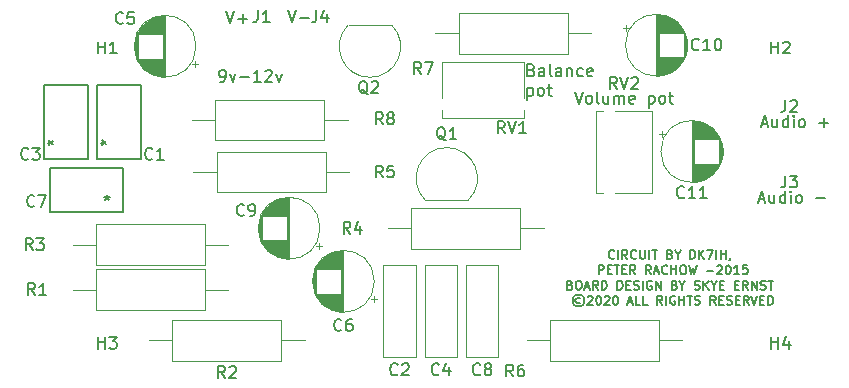
<source format=gbr>
G04 #@! TF.GenerationSoftware,KiCad,Pcbnew,(5.1.5)-3*
G04 #@! TF.CreationDate,2020-05-06T20:42:18-04:00*
G04 #@! TF.ProjectId,2ToneSineGenSSB,32546f6e-6553-4696-9e65-47656e535342,rev?*
G04 #@! TF.SameCoordinates,Original*
G04 #@! TF.FileFunction,Legend,Top*
G04 #@! TF.FilePolarity,Positive*
%FSLAX46Y46*%
G04 Gerber Fmt 4.6, Leading zero omitted, Abs format (unit mm)*
G04 Created by KiCad (PCBNEW (5.1.5)-3) date 2020-05-06 20:42:18*
%MOMM*%
%LPD*%
G04 APERTURE LIST*
%ADD10C,0.150000*%
%ADD11C,0.120000*%
%ADD12C,0.152400*%
G04 APERTURE END LIST*
D10*
X168453571Y-93308928D02*
X168560714Y-93344642D01*
X168596428Y-93380357D01*
X168632142Y-93451785D01*
X168632142Y-93558928D01*
X168596428Y-93630357D01*
X168560714Y-93666071D01*
X168489285Y-93701785D01*
X168203571Y-93701785D01*
X168203571Y-92951785D01*
X168453571Y-92951785D01*
X168525000Y-92987500D01*
X168560714Y-93023214D01*
X168596428Y-93094642D01*
X168596428Y-93166071D01*
X168560714Y-93237500D01*
X168525000Y-93273214D01*
X168453571Y-93308928D01*
X168203571Y-93308928D01*
X169096428Y-92951785D02*
X169239285Y-92951785D01*
X169310714Y-92987500D01*
X169382142Y-93058928D01*
X169417857Y-93201785D01*
X169417857Y-93451785D01*
X169382142Y-93594642D01*
X169310714Y-93666071D01*
X169239285Y-93701785D01*
X169096428Y-93701785D01*
X169025000Y-93666071D01*
X168953571Y-93594642D01*
X168917857Y-93451785D01*
X168917857Y-93201785D01*
X168953571Y-93058928D01*
X169025000Y-92987500D01*
X169096428Y-92951785D01*
X169703571Y-93487500D02*
X170060714Y-93487500D01*
X169632142Y-93701785D02*
X169882142Y-92951785D01*
X170132142Y-93701785D01*
X170810714Y-93701785D02*
X170560714Y-93344642D01*
X170382142Y-93701785D02*
X170382142Y-92951785D01*
X170667857Y-92951785D01*
X170739285Y-92987500D01*
X170775000Y-93023214D01*
X170810714Y-93094642D01*
X170810714Y-93201785D01*
X170775000Y-93273214D01*
X170739285Y-93308928D01*
X170667857Y-93344642D01*
X170382142Y-93344642D01*
X171132142Y-93701785D02*
X171132142Y-92951785D01*
X171310714Y-92951785D01*
X171417857Y-92987500D01*
X171489285Y-93058928D01*
X171525000Y-93130357D01*
X171560714Y-93273214D01*
X171560714Y-93380357D01*
X171525000Y-93523214D01*
X171489285Y-93594642D01*
X171417857Y-93666071D01*
X171310714Y-93701785D01*
X171132142Y-93701785D01*
X172453571Y-93701785D02*
X172453571Y-92951785D01*
X172632142Y-92951785D01*
X172739285Y-92987500D01*
X172810714Y-93058928D01*
X172846428Y-93130357D01*
X172882142Y-93273214D01*
X172882142Y-93380357D01*
X172846428Y-93523214D01*
X172810714Y-93594642D01*
X172739285Y-93666071D01*
X172632142Y-93701785D01*
X172453571Y-93701785D01*
X173203571Y-93308928D02*
X173453571Y-93308928D01*
X173560714Y-93701785D02*
X173203571Y-93701785D01*
X173203571Y-92951785D01*
X173560714Y-92951785D01*
X173846428Y-93666071D02*
X173953571Y-93701785D01*
X174132142Y-93701785D01*
X174203571Y-93666071D01*
X174239285Y-93630357D01*
X174275000Y-93558928D01*
X174275000Y-93487500D01*
X174239285Y-93416071D01*
X174203571Y-93380357D01*
X174132142Y-93344642D01*
X173989285Y-93308928D01*
X173917857Y-93273214D01*
X173882142Y-93237500D01*
X173846428Y-93166071D01*
X173846428Y-93094642D01*
X173882142Y-93023214D01*
X173917857Y-92987500D01*
X173989285Y-92951785D01*
X174167857Y-92951785D01*
X174275000Y-92987500D01*
X174596428Y-93701785D02*
X174596428Y-92951785D01*
X175346428Y-92987500D02*
X175275000Y-92951785D01*
X175167857Y-92951785D01*
X175060714Y-92987500D01*
X174989285Y-93058928D01*
X174953571Y-93130357D01*
X174917857Y-93273214D01*
X174917857Y-93380357D01*
X174953571Y-93523214D01*
X174989285Y-93594642D01*
X175060714Y-93666071D01*
X175167857Y-93701785D01*
X175239285Y-93701785D01*
X175346428Y-93666071D01*
X175382142Y-93630357D01*
X175382142Y-93380357D01*
X175239285Y-93380357D01*
X175703571Y-93701785D02*
X175703571Y-92951785D01*
X176132142Y-93701785D01*
X176132142Y-92951785D01*
X177310714Y-93308928D02*
X177417857Y-93344642D01*
X177453571Y-93380357D01*
X177489285Y-93451785D01*
X177489285Y-93558928D01*
X177453571Y-93630357D01*
X177417857Y-93666071D01*
X177346428Y-93701785D01*
X177060714Y-93701785D01*
X177060714Y-92951785D01*
X177310714Y-92951785D01*
X177382142Y-92987500D01*
X177417857Y-93023214D01*
X177453571Y-93094642D01*
X177453571Y-93166071D01*
X177417857Y-93237500D01*
X177382142Y-93273214D01*
X177310714Y-93308928D01*
X177060714Y-93308928D01*
X177953571Y-93344642D02*
X177953571Y-93701785D01*
X177703571Y-92951785D02*
X177953571Y-93344642D01*
X178203571Y-92951785D01*
X178989285Y-93666071D02*
X179096428Y-93701785D01*
X179275000Y-93701785D01*
X179346428Y-93666071D01*
X179382142Y-93630357D01*
X179417857Y-93558928D01*
X179417857Y-93487500D01*
X179382142Y-93416071D01*
X179346428Y-93380357D01*
X179275000Y-93344642D01*
X179132142Y-93308928D01*
X179060714Y-93273214D01*
X179025000Y-93237500D01*
X178989285Y-93166071D01*
X178989285Y-93094642D01*
X179025000Y-93023214D01*
X179060714Y-92987500D01*
X179132142Y-92951785D01*
X179310714Y-92951785D01*
X179417857Y-92987500D01*
X179739285Y-93701785D02*
X179739285Y-92951785D01*
X180167857Y-93701785D02*
X179846428Y-93273214D01*
X180167857Y-92951785D02*
X179739285Y-93380357D01*
X180632142Y-93344642D02*
X180632142Y-93701785D01*
X180382142Y-92951785D02*
X180632142Y-93344642D01*
X180882142Y-92951785D01*
X181132142Y-93308928D02*
X181382142Y-93308928D01*
X181489285Y-93701785D02*
X181132142Y-93701785D01*
X181132142Y-92951785D01*
X181489285Y-92951785D01*
X182382142Y-93308928D02*
X182632142Y-93308928D01*
X182739285Y-93701785D02*
X182382142Y-93701785D01*
X182382142Y-92951785D01*
X182739285Y-92951785D01*
X183489285Y-93701785D02*
X183239285Y-93344642D01*
X183060714Y-93701785D02*
X183060714Y-92951785D01*
X183346428Y-92951785D01*
X183417857Y-92987500D01*
X183453571Y-93023214D01*
X183489285Y-93094642D01*
X183489285Y-93201785D01*
X183453571Y-93273214D01*
X183417857Y-93308928D01*
X183346428Y-93344642D01*
X183060714Y-93344642D01*
X183810714Y-93701785D02*
X183810714Y-92951785D01*
X184239285Y-93701785D01*
X184239285Y-92951785D01*
X184560714Y-93666071D02*
X184667857Y-93701785D01*
X184846428Y-93701785D01*
X184917857Y-93666071D01*
X184953571Y-93630357D01*
X184989285Y-93558928D01*
X184989285Y-93487500D01*
X184953571Y-93416071D01*
X184917857Y-93380357D01*
X184846428Y-93344642D01*
X184703571Y-93308928D01*
X184632142Y-93273214D01*
X184596428Y-93237500D01*
X184560714Y-93166071D01*
X184560714Y-93094642D01*
X184596428Y-93023214D01*
X184632142Y-92987500D01*
X184703571Y-92951785D01*
X184882142Y-92951785D01*
X184989285Y-92987500D01*
X185203571Y-92951785D02*
X185632142Y-92951785D01*
X185417857Y-93701785D02*
X185417857Y-92951785D01*
X169292857Y-94405357D02*
X169221428Y-94369642D01*
X169078571Y-94369642D01*
X169007142Y-94405357D01*
X168935714Y-94476785D01*
X168900000Y-94548214D01*
X168900000Y-94691071D01*
X168935714Y-94762500D01*
X169007142Y-94833928D01*
X169078571Y-94869642D01*
X169221428Y-94869642D01*
X169292857Y-94833928D01*
X169150000Y-94119642D02*
X168971428Y-94155357D01*
X168792857Y-94262500D01*
X168685714Y-94441071D01*
X168650000Y-94619642D01*
X168685714Y-94798214D01*
X168792857Y-94976785D01*
X168971428Y-95083928D01*
X169150000Y-95119642D01*
X169328571Y-95083928D01*
X169507142Y-94976785D01*
X169614285Y-94798214D01*
X169650000Y-94619642D01*
X169614285Y-94441071D01*
X169507142Y-94262500D01*
X169328571Y-94155357D01*
X169150000Y-94119642D01*
X169935714Y-94298214D02*
X169971428Y-94262500D01*
X170042857Y-94226785D01*
X170221428Y-94226785D01*
X170292857Y-94262500D01*
X170328571Y-94298214D01*
X170364285Y-94369642D01*
X170364285Y-94441071D01*
X170328571Y-94548214D01*
X169900000Y-94976785D01*
X170364285Y-94976785D01*
X170828571Y-94226785D02*
X170900000Y-94226785D01*
X170971428Y-94262500D01*
X171007142Y-94298214D01*
X171042857Y-94369642D01*
X171078571Y-94512500D01*
X171078571Y-94691071D01*
X171042857Y-94833928D01*
X171007142Y-94905357D01*
X170971428Y-94941071D01*
X170900000Y-94976785D01*
X170828571Y-94976785D01*
X170757142Y-94941071D01*
X170721428Y-94905357D01*
X170685714Y-94833928D01*
X170650000Y-94691071D01*
X170650000Y-94512500D01*
X170685714Y-94369642D01*
X170721428Y-94298214D01*
X170757142Y-94262500D01*
X170828571Y-94226785D01*
X171364285Y-94298214D02*
X171400000Y-94262500D01*
X171471428Y-94226785D01*
X171650000Y-94226785D01*
X171721428Y-94262500D01*
X171757142Y-94298214D01*
X171792857Y-94369642D01*
X171792857Y-94441071D01*
X171757142Y-94548214D01*
X171328571Y-94976785D01*
X171792857Y-94976785D01*
X172257142Y-94226785D02*
X172328571Y-94226785D01*
X172400000Y-94262500D01*
X172435714Y-94298214D01*
X172471428Y-94369642D01*
X172507142Y-94512500D01*
X172507142Y-94691071D01*
X172471428Y-94833928D01*
X172435714Y-94905357D01*
X172400000Y-94941071D01*
X172328571Y-94976785D01*
X172257142Y-94976785D01*
X172185714Y-94941071D01*
X172150000Y-94905357D01*
X172114285Y-94833928D01*
X172078571Y-94691071D01*
X172078571Y-94512500D01*
X172114285Y-94369642D01*
X172150000Y-94298214D01*
X172185714Y-94262500D01*
X172257142Y-94226785D01*
X173364285Y-94762500D02*
X173721428Y-94762500D01*
X173292857Y-94976785D02*
X173542857Y-94226785D01*
X173792857Y-94976785D01*
X174400000Y-94976785D02*
X174042857Y-94976785D01*
X174042857Y-94226785D01*
X175007142Y-94976785D02*
X174650000Y-94976785D01*
X174650000Y-94226785D01*
X176257142Y-94976785D02*
X176007142Y-94619642D01*
X175828571Y-94976785D02*
X175828571Y-94226785D01*
X176114285Y-94226785D01*
X176185714Y-94262500D01*
X176221428Y-94298214D01*
X176257142Y-94369642D01*
X176257142Y-94476785D01*
X176221428Y-94548214D01*
X176185714Y-94583928D01*
X176114285Y-94619642D01*
X175828571Y-94619642D01*
X176578571Y-94976785D02*
X176578571Y-94226785D01*
X177328571Y-94262500D02*
X177257142Y-94226785D01*
X177150000Y-94226785D01*
X177042857Y-94262500D01*
X176971428Y-94333928D01*
X176935714Y-94405357D01*
X176900000Y-94548214D01*
X176900000Y-94655357D01*
X176935714Y-94798214D01*
X176971428Y-94869642D01*
X177042857Y-94941071D01*
X177150000Y-94976785D01*
X177221428Y-94976785D01*
X177328571Y-94941071D01*
X177364285Y-94905357D01*
X177364285Y-94655357D01*
X177221428Y-94655357D01*
X177685714Y-94976785D02*
X177685714Y-94226785D01*
X177685714Y-94583928D02*
X178114285Y-94583928D01*
X178114285Y-94976785D02*
X178114285Y-94226785D01*
X178364285Y-94226785D02*
X178792857Y-94226785D01*
X178578571Y-94976785D02*
X178578571Y-94226785D01*
X179007142Y-94941071D02*
X179114285Y-94976785D01*
X179292857Y-94976785D01*
X179364285Y-94941071D01*
X179400000Y-94905357D01*
X179435714Y-94833928D01*
X179435714Y-94762500D01*
X179400000Y-94691071D01*
X179364285Y-94655357D01*
X179292857Y-94619642D01*
X179150000Y-94583928D01*
X179078571Y-94548214D01*
X179042857Y-94512500D01*
X179007142Y-94441071D01*
X179007142Y-94369642D01*
X179042857Y-94298214D01*
X179078571Y-94262500D01*
X179150000Y-94226785D01*
X179328571Y-94226785D01*
X179435714Y-94262500D01*
X180757142Y-94976785D02*
X180507142Y-94619642D01*
X180328571Y-94976785D02*
X180328571Y-94226785D01*
X180614285Y-94226785D01*
X180685714Y-94262500D01*
X180721428Y-94298214D01*
X180757142Y-94369642D01*
X180757142Y-94476785D01*
X180721428Y-94548214D01*
X180685714Y-94583928D01*
X180614285Y-94619642D01*
X180328571Y-94619642D01*
X181078571Y-94583928D02*
X181328571Y-94583928D01*
X181435714Y-94976785D02*
X181078571Y-94976785D01*
X181078571Y-94226785D01*
X181435714Y-94226785D01*
X181721428Y-94941071D02*
X181828571Y-94976785D01*
X182007142Y-94976785D01*
X182078571Y-94941071D01*
X182114285Y-94905357D01*
X182150000Y-94833928D01*
X182150000Y-94762500D01*
X182114285Y-94691071D01*
X182078571Y-94655357D01*
X182007142Y-94619642D01*
X181864285Y-94583928D01*
X181792857Y-94548214D01*
X181757142Y-94512500D01*
X181721428Y-94441071D01*
X181721428Y-94369642D01*
X181757142Y-94298214D01*
X181792857Y-94262500D01*
X181864285Y-94226785D01*
X182042857Y-94226785D01*
X182150000Y-94262500D01*
X182471428Y-94583928D02*
X182721428Y-94583928D01*
X182828571Y-94976785D02*
X182471428Y-94976785D01*
X182471428Y-94226785D01*
X182828571Y-94226785D01*
X183578571Y-94976785D02*
X183328571Y-94619642D01*
X183150000Y-94976785D02*
X183150000Y-94226785D01*
X183435714Y-94226785D01*
X183507142Y-94262500D01*
X183542857Y-94298214D01*
X183578571Y-94369642D01*
X183578571Y-94476785D01*
X183542857Y-94548214D01*
X183507142Y-94583928D01*
X183435714Y-94619642D01*
X183150000Y-94619642D01*
X183792857Y-94226785D02*
X184042857Y-94976785D01*
X184292857Y-94226785D01*
X184542857Y-94583928D02*
X184792857Y-94583928D01*
X184900000Y-94976785D02*
X184542857Y-94976785D01*
X184542857Y-94226785D01*
X184900000Y-94226785D01*
X185221428Y-94976785D02*
X185221428Y-94226785D01*
X185400000Y-94226785D01*
X185507142Y-94262500D01*
X185578571Y-94333928D01*
X185614285Y-94405357D01*
X185650000Y-94548214D01*
X185650000Y-94655357D01*
X185614285Y-94798214D01*
X185578571Y-94869642D01*
X185507142Y-94941071D01*
X185400000Y-94976785D01*
X185221428Y-94976785D01*
X172185714Y-91030357D02*
X172150000Y-91066071D01*
X172042857Y-91101785D01*
X171971428Y-91101785D01*
X171864285Y-91066071D01*
X171792857Y-90994642D01*
X171757142Y-90923214D01*
X171721428Y-90780357D01*
X171721428Y-90673214D01*
X171757142Y-90530357D01*
X171792857Y-90458928D01*
X171864285Y-90387500D01*
X171971428Y-90351785D01*
X172042857Y-90351785D01*
X172150000Y-90387500D01*
X172185714Y-90423214D01*
X172507142Y-91101785D02*
X172507142Y-90351785D01*
X173292857Y-91101785D02*
X173042857Y-90744642D01*
X172864285Y-91101785D02*
X172864285Y-90351785D01*
X173150000Y-90351785D01*
X173221428Y-90387500D01*
X173257142Y-90423214D01*
X173292857Y-90494642D01*
X173292857Y-90601785D01*
X173257142Y-90673214D01*
X173221428Y-90708928D01*
X173150000Y-90744642D01*
X172864285Y-90744642D01*
X174042857Y-91030357D02*
X174007142Y-91066071D01*
X173900000Y-91101785D01*
X173828571Y-91101785D01*
X173721428Y-91066071D01*
X173650000Y-90994642D01*
X173614285Y-90923214D01*
X173578571Y-90780357D01*
X173578571Y-90673214D01*
X173614285Y-90530357D01*
X173650000Y-90458928D01*
X173721428Y-90387500D01*
X173828571Y-90351785D01*
X173900000Y-90351785D01*
X174007142Y-90387500D01*
X174042857Y-90423214D01*
X174364285Y-90351785D02*
X174364285Y-90958928D01*
X174400000Y-91030357D01*
X174435714Y-91066071D01*
X174507142Y-91101785D01*
X174650000Y-91101785D01*
X174721428Y-91066071D01*
X174757142Y-91030357D01*
X174792857Y-90958928D01*
X174792857Y-90351785D01*
X175150000Y-91101785D02*
X175150000Y-90351785D01*
X175400000Y-90351785D02*
X175828571Y-90351785D01*
X175614285Y-91101785D02*
X175614285Y-90351785D01*
X176900000Y-90708928D02*
X177007142Y-90744642D01*
X177042857Y-90780357D01*
X177078571Y-90851785D01*
X177078571Y-90958928D01*
X177042857Y-91030357D01*
X177007142Y-91066071D01*
X176935714Y-91101785D01*
X176650000Y-91101785D01*
X176650000Y-90351785D01*
X176900000Y-90351785D01*
X176971428Y-90387500D01*
X177007142Y-90423214D01*
X177042857Y-90494642D01*
X177042857Y-90566071D01*
X177007142Y-90637500D01*
X176971428Y-90673214D01*
X176900000Y-90708928D01*
X176650000Y-90708928D01*
X177542857Y-90744642D02*
X177542857Y-91101785D01*
X177292857Y-90351785D02*
X177542857Y-90744642D01*
X177792857Y-90351785D01*
X178614285Y-91101785D02*
X178614285Y-90351785D01*
X178792857Y-90351785D01*
X178900000Y-90387500D01*
X178971428Y-90458928D01*
X179007142Y-90530357D01*
X179042857Y-90673214D01*
X179042857Y-90780357D01*
X179007142Y-90923214D01*
X178971428Y-90994642D01*
X178900000Y-91066071D01*
X178792857Y-91101785D01*
X178614285Y-91101785D01*
X179364285Y-91101785D02*
X179364285Y-90351785D01*
X179792857Y-91101785D02*
X179471428Y-90673214D01*
X179792857Y-90351785D02*
X179364285Y-90780357D01*
X180042857Y-90351785D02*
X180542857Y-90351785D01*
X180221428Y-91101785D01*
X180828571Y-91101785D02*
X180828571Y-90351785D01*
X181185714Y-91101785D02*
X181185714Y-90351785D01*
X181185714Y-90708928D02*
X181614285Y-90708928D01*
X181614285Y-91101785D02*
X181614285Y-90351785D01*
X182007142Y-91066071D02*
X182007142Y-91101785D01*
X181971428Y-91173214D01*
X181935714Y-91208928D01*
X170864285Y-92376785D02*
X170864285Y-91626785D01*
X171150000Y-91626785D01*
X171221428Y-91662500D01*
X171257142Y-91698214D01*
X171292857Y-91769642D01*
X171292857Y-91876785D01*
X171257142Y-91948214D01*
X171221428Y-91983928D01*
X171150000Y-92019642D01*
X170864285Y-92019642D01*
X171614285Y-91983928D02*
X171864285Y-91983928D01*
X171971428Y-92376785D02*
X171614285Y-92376785D01*
X171614285Y-91626785D01*
X171971428Y-91626785D01*
X172185714Y-91626785D02*
X172614285Y-91626785D01*
X172400000Y-92376785D02*
X172400000Y-91626785D01*
X172864285Y-91983928D02*
X173114285Y-91983928D01*
X173221428Y-92376785D02*
X172864285Y-92376785D01*
X172864285Y-91626785D01*
X173221428Y-91626785D01*
X173971428Y-92376785D02*
X173721428Y-92019642D01*
X173542857Y-92376785D02*
X173542857Y-91626785D01*
X173828571Y-91626785D01*
X173900000Y-91662500D01*
X173935714Y-91698214D01*
X173971428Y-91769642D01*
X173971428Y-91876785D01*
X173935714Y-91948214D01*
X173900000Y-91983928D01*
X173828571Y-92019642D01*
X173542857Y-92019642D01*
X175292857Y-92376785D02*
X175042857Y-92019642D01*
X174864285Y-92376785D02*
X174864285Y-91626785D01*
X175150000Y-91626785D01*
X175221428Y-91662500D01*
X175257142Y-91698214D01*
X175292857Y-91769642D01*
X175292857Y-91876785D01*
X175257142Y-91948214D01*
X175221428Y-91983928D01*
X175150000Y-92019642D01*
X174864285Y-92019642D01*
X175578571Y-92162500D02*
X175935714Y-92162500D01*
X175507142Y-92376785D02*
X175757142Y-91626785D01*
X176007142Y-92376785D01*
X176685714Y-92305357D02*
X176650000Y-92341071D01*
X176542857Y-92376785D01*
X176471428Y-92376785D01*
X176364285Y-92341071D01*
X176292857Y-92269642D01*
X176257142Y-92198214D01*
X176221428Y-92055357D01*
X176221428Y-91948214D01*
X176257142Y-91805357D01*
X176292857Y-91733928D01*
X176364285Y-91662500D01*
X176471428Y-91626785D01*
X176542857Y-91626785D01*
X176650000Y-91662500D01*
X176685714Y-91698214D01*
X177007142Y-92376785D02*
X177007142Y-91626785D01*
X177007142Y-91983928D02*
X177435714Y-91983928D01*
X177435714Y-92376785D02*
X177435714Y-91626785D01*
X177935714Y-91626785D02*
X178078571Y-91626785D01*
X178150000Y-91662500D01*
X178221428Y-91733928D01*
X178257142Y-91876785D01*
X178257142Y-92126785D01*
X178221428Y-92269642D01*
X178150000Y-92341071D01*
X178078571Y-92376785D01*
X177935714Y-92376785D01*
X177864285Y-92341071D01*
X177792857Y-92269642D01*
X177757142Y-92126785D01*
X177757142Y-91876785D01*
X177792857Y-91733928D01*
X177864285Y-91662500D01*
X177935714Y-91626785D01*
X178507142Y-91626785D02*
X178685714Y-92376785D01*
X178828571Y-91841071D01*
X178971428Y-92376785D01*
X179150000Y-91626785D01*
X180007142Y-92091071D02*
X180578571Y-92091071D01*
X180900000Y-91698214D02*
X180935714Y-91662500D01*
X181007142Y-91626785D01*
X181185714Y-91626785D01*
X181257142Y-91662500D01*
X181292857Y-91698214D01*
X181328571Y-91769642D01*
X181328571Y-91841071D01*
X181292857Y-91948214D01*
X180864285Y-92376785D01*
X181328571Y-92376785D01*
X181792857Y-91626785D02*
X181864285Y-91626785D01*
X181935714Y-91662500D01*
X181971428Y-91698214D01*
X182007142Y-91769642D01*
X182042857Y-91912500D01*
X182042857Y-92091071D01*
X182007142Y-92233928D01*
X181971428Y-92305357D01*
X181935714Y-92341071D01*
X181864285Y-92376785D01*
X181792857Y-92376785D01*
X181721428Y-92341071D01*
X181685714Y-92305357D01*
X181650000Y-92233928D01*
X181614285Y-92091071D01*
X181614285Y-91912500D01*
X181650000Y-91769642D01*
X181685714Y-91698214D01*
X181721428Y-91662500D01*
X181792857Y-91626785D01*
X182757142Y-92376785D02*
X182328571Y-92376785D01*
X182542857Y-92376785D02*
X182542857Y-91626785D01*
X182471428Y-91733928D01*
X182400000Y-91805357D01*
X182328571Y-91841071D01*
X183435714Y-91626785D02*
X183078571Y-91626785D01*
X183042857Y-91983928D01*
X183078571Y-91948214D01*
X183150000Y-91912500D01*
X183328571Y-91912500D01*
X183400000Y-91948214D01*
X183435714Y-91983928D01*
X183471428Y-92055357D01*
X183471428Y-92233928D01*
X183435714Y-92305357D01*
X183400000Y-92341071D01*
X183328571Y-92376785D01*
X183150000Y-92376785D01*
X183078571Y-92341071D01*
X183042857Y-92305357D01*
X144547619Y-70052380D02*
X144880952Y-71052380D01*
X145214285Y-70052380D01*
X145547619Y-70671428D02*
X146309523Y-70671428D01*
X184416666Y-86066666D02*
X184892857Y-86066666D01*
X184321428Y-86352380D02*
X184654761Y-85352380D01*
X184988095Y-86352380D01*
X185750000Y-85685714D02*
X185750000Y-86352380D01*
X185321428Y-85685714D02*
X185321428Y-86209523D01*
X185369047Y-86304761D01*
X185464285Y-86352380D01*
X185607142Y-86352380D01*
X185702380Y-86304761D01*
X185750000Y-86257142D01*
X186654761Y-86352380D02*
X186654761Y-85352380D01*
X186654761Y-86304761D02*
X186559523Y-86352380D01*
X186369047Y-86352380D01*
X186273809Y-86304761D01*
X186226190Y-86257142D01*
X186178571Y-86161904D01*
X186178571Y-85876190D01*
X186226190Y-85780952D01*
X186273809Y-85733333D01*
X186369047Y-85685714D01*
X186559523Y-85685714D01*
X186654761Y-85733333D01*
X187130952Y-86352380D02*
X187130952Y-85685714D01*
X187130952Y-85352380D02*
X187083333Y-85400000D01*
X187130952Y-85447619D01*
X187178571Y-85400000D01*
X187130952Y-85352380D01*
X187130952Y-85447619D01*
X187750000Y-86352380D02*
X187654761Y-86304761D01*
X187607142Y-86257142D01*
X187559523Y-86161904D01*
X187559523Y-85876190D01*
X187607142Y-85780952D01*
X187654761Y-85733333D01*
X187750000Y-85685714D01*
X187892857Y-85685714D01*
X187988095Y-85733333D01*
X188035714Y-85780952D01*
X188083333Y-85876190D01*
X188083333Y-86161904D01*
X188035714Y-86257142D01*
X187988095Y-86304761D01*
X187892857Y-86352380D01*
X187750000Y-86352380D01*
X189273809Y-85971428D02*
X190035714Y-85971428D01*
X184666666Y-79666666D02*
X185142857Y-79666666D01*
X184571428Y-79952380D02*
X184904761Y-78952380D01*
X185238095Y-79952380D01*
X186000000Y-79285714D02*
X186000000Y-79952380D01*
X185571428Y-79285714D02*
X185571428Y-79809523D01*
X185619047Y-79904761D01*
X185714285Y-79952380D01*
X185857142Y-79952380D01*
X185952380Y-79904761D01*
X186000000Y-79857142D01*
X186904761Y-79952380D02*
X186904761Y-78952380D01*
X186904761Y-79904761D02*
X186809523Y-79952380D01*
X186619047Y-79952380D01*
X186523809Y-79904761D01*
X186476190Y-79857142D01*
X186428571Y-79761904D01*
X186428571Y-79476190D01*
X186476190Y-79380952D01*
X186523809Y-79333333D01*
X186619047Y-79285714D01*
X186809523Y-79285714D01*
X186904761Y-79333333D01*
X187380952Y-79952380D02*
X187380952Y-79285714D01*
X187380952Y-78952380D02*
X187333333Y-79000000D01*
X187380952Y-79047619D01*
X187428571Y-79000000D01*
X187380952Y-78952380D01*
X187380952Y-79047619D01*
X188000000Y-79952380D02*
X187904761Y-79904761D01*
X187857142Y-79857142D01*
X187809523Y-79761904D01*
X187809523Y-79476190D01*
X187857142Y-79380952D01*
X187904761Y-79333333D01*
X188000000Y-79285714D01*
X188142857Y-79285714D01*
X188238095Y-79333333D01*
X188285714Y-79380952D01*
X188333333Y-79476190D01*
X188333333Y-79761904D01*
X188285714Y-79857142D01*
X188238095Y-79904761D01*
X188142857Y-79952380D01*
X188000000Y-79952380D01*
X189523809Y-79571428D02*
X190285714Y-79571428D01*
X189904761Y-79952380D02*
X189904761Y-79190476D01*
X168833333Y-76952380D02*
X169166666Y-77952380D01*
X169500000Y-76952380D01*
X169976190Y-77952380D02*
X169880952Y-77904761D01*
X169833333Y-77857142D01*
X169785714Y-77761904D01*
X169785714Y-77476190D01*
X169833333Y-77380952D01*
X169880952Y-77333333D01*
X169976190Y-77285714D01*
X170119047Y-77285714D01*
X170214285Y-77333333D01*
X170261904Y-77380952D01*
X170309523Y-77476190D01*
X170309523Y-77761904D01*
X170261904Y-77857142D01*
X170214285Y-77904761D01*
X170119047Y-77952380D01*
X169976190Y-77952380D01*
X170880952Y-77952380D02*
X170785714Y-77904761D01*
X170738095Y-77809523D01*
X170738095Y-76952380D01*
X171690476Y-77285714D02*
X171690476Y-77952380D01*
X171261904Y-77285714D02*
X171261904Y-77809523D01*
X171309523Y-77904761D01*
X171404761Y-77952380D01*
X171547619Y-77952380D01*
X171642857Y-77904761D01*
X171690476Y-77857142D01*
X172166666Y-77952380D02*
X172166666Y-77285714D01*
X172166666Y-77380952D02*
X172214285Y-77333333D01*
X172309523Y-77285714D01*
X172452380Y-77285714D01*
X172547619Y-77333333D01*
X172595238Y-77428571D01*
X172595238Y-77952380D01*
X172595238Y-77428571D02*
X172642857Y-77333333D01*
X172738095Y-77285714D01*
X172880952Y-77285714D01*
X172976190Y-77333333D01*
X173023809Y-77428571D01*
X173023809Y-77952380D01*
X173880952Y-77904761D02*
X173785714Y-77952380D01*
X173595238Y-77952380D01*
X173500000Y-77904761D01*
X173452380Y-77809523D01*
X173452380Y-77428571D01*
X173500000Y-77333333D01*
X173595238Y-77285714D01*
X173785714Y-77285714D01*
X173880952Y-77333333D01*
X173928571Y-77428571D01*
X173928571Y-77523809D01*
X173452380Y-77619047D01*
X175119047Y-77285714D02*
X175119047Y-78285714D01*
X175119047Y-77333333D02*
X175214285Y-77285714D01*
X175404761Y-77285714D01*
X175500000Y-77333333D01*
X175547619Y-77380952D01*
X175595238Y-77476190D01*
X175595238Y-77761904D01*
X175547619Y-77857142D01*
X175500000Y-77904761D01*
X175404761Y-77952380D01*
X175214285Y-77952380D01*
X175119047Y-77904761D01*
X176166666Y-77952380D02*
X176071428Y-77904761D01*
X176023809Y-77857142D01*
X175976190Y-77761904D01*
X175976190Y-77476190D01*
X176023809Y-77380952D01*
X176071428Y-77333333D01*
X176166666Y-77285714D01*
X176309523Y-77285714D01*
X176404761Y-77333333D01*
X176452380Y-77380952D01*
X176500000Y-77476190D01*
X176500000Y-77761904D01*
X176452380Y-77857142D01*
X176404761Y-77904761D01*
X176309523Y-77952380D01*
X176166666Y-77952380D01*
X176785714Y-77285714D02*
X177166666Y-77285714D01*
X176928571Y-76952380D02*
X176928571Y-77809523D01*
X176976190Y-77904761D01*
X177071428Y-77952380D01*
X177166666Y-77952380D01*
X165168928Y-75103571D02*
X165311785Y-75151190D01*
X165359404Y-75198809D01*
X165407023Y-75294047D01*
X165407023Y-75436904D01*
X165359404Y-75532142D01*
X165311785Y-75579761D01*
X165216547Y-75627380D01*
X164835595Y-75627380D01*
X164835595Y-74627380D01*
X165168928Y-74627380D01*
X165264166Y-74675000D01*
X165311785Y-74722619D01*
X165359404Y-74817857D01*
X165359404Y-74913095D01*
X165311785Y-75008333D01*
X165264166Y-75055952D01*
X165168928Y-75103571D01*
X164835595Y-75103571D01*
X166264166Y-75627380D02*
X166264166Y-75103571D01*
X166216547Y-75008333D01*
X166121309Y-74960714D01*
X165930833Y-74960714D01*
X165835595Y-75008333D01*
X166264166Y-75579761D02*
X166168928Y-75627380D01*
X165930833Y-75627380D01*
X165835595Y-75579761D01*
X165787976Y-75484523D01*
X165787976Y-75389285D01*
X165835595Y-75294047D01*
X165930833Y-75246428D01*
X166168928Y-75246428D01*
X166264166Y-75198809D01*
X166883214Y-75627380D02*
X166787976Y-75579761D01*
X166740357Y-75484523D01*
X166740357Y-74627380D01*
X167692738Y-75627380D02*
X167692738Y-75103571D01*
X167645119Y-75008333D01*
X167549880Y-74960714D01*
X167359404Y-74960714D01*
X167264166Y-75008333D01*
X167692738Y-75579761D02*
X167597500Y-75627380D01*
X167359404Y-75627380D01*
X167264166Y-75579761D01*
X167216547Y-75484523D01*
X167216547Y-75389285D01*
X167264166Y-75294047D01*
X167359404Y-75246428D01*
X167597500Y-75246428D01*
X167692738Y-75198809D01*
X168168928Y-74960714D02*
X168168928Y-75627380D01*
X168168928Y-75055952D02*
X168216547Y-75008333D01*
X168311785Y-74960714D01*
X168454642Y-74960714D01*
X168549880Y-75008333D01*
X168597500Y-75103571D01*
X168597500Y-75627380D01*
X169502261Y-75579761D02*
X169407023Y-75627380D01*
X169216547Y-75627380D01*
X169121309Y-75579761D01*
X169073690Y-75532142D01*
X169026071Y-75436904D01*
X169026071Y-75151190D01*
X169073690Y-75055952D01*
X169121309Y-75008333D01*
X169216547Y-74960714D01*
X169407023Y-74960714D01*
X169502261Y-75008333D01*
X170311785Y-75579761D02*
X170216547Y-75627380D01*
X170026071Y-75627380D01*
X169930833Y-75579761D01*
X169883214Y-75484523D01*
X169883214Y-75103571D01*
X169930833Y-75008333D01*
X170026071Y-74960714D01*
X170216547Y-74960714D01*
X170311785Y-75008333D01*
X170359404Y-75103571D01*
X170359404Y-75198809D01*
X169883214Y-75294047D01*
X164835595Y-76610714D02*
X164835595Y-77610714D01*
X164835595Y-76658333D02*
X164930833Y-76610714D01*
X165121309Y-76610714D01*
X165216547Y-76658333D01*
X165264166Y-76705952D01*
X165311785Y-76801190D01*
X165311785Y-77086904D01*
X165264166Y-77182142D01*
X165216547Y-77229761D01*
X165121309Y-77277380D01*
X164930833Y-77277380D01*
X164835595Y-77229761D01*
X165883214Y-77277380D02*
X165787976Y-77229761D01*
X165740357Y-77182142D01*
X165692738Y-77086904D01*
X165692738Y-76801190D01*
X165740357Y-76705952D01*
X165787976Y-76658333D01*
X165883214Y-76610714D01*
X166026071Y-76610714D01*
X166121309Y-76658333D01*
X166168928Y-76705952D01*
X166216547Y-76801190D01*
X166216547Y-77086904D01*
X166168928Y-77182142D01*
X166121309Y-77229761D01*
X166026071Y-77277380D01*
X165883214Y-77277380D01*
X166502261Y-76610714D02*
X166883214Y-76610714D01*
X166645119Y-76277380D02*
X166645119Y-77134523D01*
X166692738Y-77229761D01*
X166787976Y-77277380D01*
X166883214Y-77277380D01*
X138826190Y-76102380D02*
X139016666Y-76102380D01*
X139111904Y-76054761D01*
X139159523Y-76007142D01*
X139254761Y-75864285D01*
X139302380Y-75673809D01*
X139302380Y-75292857D01*
X139254761Y-75197619D01*
X139207142Y-75150000D01*
X139111904Y-75102380D01*
X138921428Y-75102380D01*
X138826190Y-75150000D01*
X138778571Y-75197619D01*
X138730952Y-75292857D01*
X138730952Y-75530952D01*
X138778571Y-75626190D01*
X138826190Y-75673809D01*
X138921428Y-75721428D01*
X139111904Y-75721428D01*
X139207142Y-75673809D01*
X139254761Y-75626190D01*
X139302380Y-75530952D01*
X139635714Y-75435714D02*
X139873809Y-76102380D01*
X140111904Y-75435714D01*
X140492857Y-75721428D02*
X141254761Y-75721428D01*
X142254761Y-76102380D02*
X141683333Y-76102380D01*
X141969047Y-76102380D02*
X141969047Y-75102380D01*
X141873809Y-75245238D01*
X141778571Y-75340476D01*
X141683333Y-75388095D01*
X142635714Y-75197619D02*
X142683333Y-75150000D01*
X142778571Y-75102380D01*
X143016666Y-75102380D01*
X143111904Y-75150000D01*
X143159523Y-75197619D01*
X143207142Y-75292857D01*
X143207142Y-75388095D01*
X143159523Y-75530952D01*
X142588095Y-76102380D01*
X143207142Y-76102380D01*
X143540476Y-75435714D02*
X143778571Y-76102380D01*
X144016666Y-75435714D01*
X139347619Y-70152380D02*
X139680952Y-71152380D01*
X140014285Y-70152380D01*
X140347619Y-70771428D02*
X141109523Y-70771428D01*
X140728571Y-71152380D02*
X140728571Y-70390476D01*
D11*
X159630000Y-91630000D02*
X162370000Y-91630000D01*
X159630000Y-99370000D02*
X162370000Y-99370000D01*
X162370000Y-99370000D02*
X162370000Y-91630000D01*
X159630000Y-99370000D02*
X159630000Y-91630000D01*
X158870000Y-99370000D02*
X156130000Y-99370000D01*
X158870000Y-91630000D02*
X156130000Y-91630000D01*
X156130000Y-91630000D02*
X156130000Y-99370000D01*
X158870000Y-91630000D02*
X158870000Y-99370000D01*
X152630000Y-91630000D02*
X155370000Y-91630000D01*
X152630000Y-99370000D02*
X155370000Y-99370000D01*
X155370000Y-99370000D02*
X155370000Y-91630000D01*
X152630000Y-99370000D02*
X152630000Y-91630000D01*
X172245000Y-78565000D02*
X175350000Y-78565000D01*
X170610000Y-78565000D02*
X171255000Y-78565000D01*
X172245000Y-85515000D02*
X175350000Y-85515000D01*
X170610000Y-85515000D02*
X171255000Y-85515000D01*
X175350000Y-85515000D02*
X175350000Y-78565000D01*
X170610000Y-85515000D02*
X170610000Y-78565000D01*
X157565000Y-77505000D02*
X157565000Y-74400000D01*
X157565000Y-79140000D02*
X157565000Y-78495000D01*
X164515000Y-77505000D02*
X164515000Y-74400000D01*
X164515000Y-79140000D02*
X164515000Y-78495000D01*
X164515000Y-74400000D02*
X157565000Y-74400000D01*
X164515000Y-79140000D02*
X157565000Y-79140000D01*
X149600000Y-79350000D02*
X147640000Y-79350000D01*
X136440000Y-79350000D02*
X138400000Y-79350000D01*
X147640000Y-77630000D02*
X138400000Y-77630000D01*
X147640000Y-81070000D02*
X147640000Y-77630000D01*
X138400000Y-81070000D02*
X147640000Y-81070000D01*
X138400000Y-77630000D02*
X138400000Y-81070000D01*
X170200000Y-72000000D02*
X168240000Y-72000000D01*
X157040000Y-72000000D02*
X159000000Y-72000000D01*
X168240000Y-70280000D02*
X159000000Y-70280000D01*
X168240000Y-73720000D02*
X168240000Y-70280000D01*
X159000000Y-73720000D02*
X168240000Y-73720000D01*
X159000000Y-70280000D02*
X159000000Y-73720000D01*
X164790000Y-98000000D02*
X166750000Y-98000000D01*
X177950000Y-98000000D02*
X175990000Y-98000000D01*
X166750000Y-99720000D02*
X175990000Y-99720000D01*
X166750000Y-96280000D02*
X166750000Y-99720000D01*
X175990000Y-96280000D02*
X166750000Y-96280000D01*
X175990000Y-99720000D02*
X175990000Y-96280000D01*
X136550000Y-83750000D02*
X138510000Y-83750000D01*
X149710000Y-83750000D02*
X147750000Y-83750000D01*
X138510000Y-85470000D02*
X147750000Y-85470000D01*
X138510000Y-82030000D02*
X138510000Y-85470000D01*
X147750000Y-82030000D02*
X138510000Y-82030000D01*
X147750000Y-85470000D02*
X147750000Y-82030000D01*
X166200000Y-88500000D02*
X164240000Y-88500000D01*
X153040000Y-88500000D02*
X155000000Y-88500000D01*
X164240000Y-86780000D02*
X155000000Y-86780000D01*
X164240000Y-90220000D02*
X164240000Y-86780000D01*
X155000000Y-90220000D02*
X164240000Y-90220000D01*
X155000000Y-86780000D02*
X155000000Y-90220000D01*
X139500000Y-89900000D02*
X137540000Y-89900000D01*
X126340000Y-89900000D02*
X128300000Y-89900000D01*
X137540000Y-88180000D02*
X128300000Y-88180000D01*
X137540000Y-91620000D02*
X137540000Y-88180000D01*
X128300000Y-91620000D02*
X137540000Y-91620000D01*
X128300000Y-88180000D02*
X128300000Y-91620000D01*
X132800000Y-98000000D02*
X134760000Y-98000000D01*
X145960000Y-98000000D02*
X144000000Y-98000000D01*
X134760000Y-99720000D02*
X144000000Y-99720000D01*
X134760000Y-96280000D02*
X134760000Y-99720000D01*
X144000000Y-96280000D02*
X134760000Y-96280000D01*
X144000000Y-99720000D02*
X144000000Y-96280000D01*
X139500000Y-93700000D02*
X137540000Y-93700000D01*
X126340000Y-93700000D02*
X128300000Y-93700000D01*
X137540000Y-91980000D02*
X128300000Y-91980000D01*
X137540000Y-95420000D02*
X137540000Y-91980000D01*
X128300000Y-95420000D02*
X137540000Y-95420000D01*
X128300000Y-91980000D02*
X128300000Y-95420000D01*
X149661522Y-71291522D02*
G75*
G03X151500000Y-75730000I1838478J-1838478D01*
G01*
X153338478Y-71291522D02*
G75*
G02X151500000Y-75730000I-1838478J-1838478D01*
G01*
X153300000Y-71280000D02*
X149700000Y-71280000D01*
X159838478Y-86108478D02*
G75*
G03X158000000Y-81670000I-1838478J1838478D01*
G01*
X156161522Y-86108478D02*
G75*
G02X158000000Y-81670000I1838478J1838478D01*
G01*
X156200000Y-86120000D02*
X159800000Y-86120000D01*
X181370000Y-82000000D02*
G75*
G03X181370000Y-82000000I-2620000J0D01*
G01*
X178750000Y-79420000D02*
X178750000Y-84580000D01*
X178790000Y-79420000D02*
X178790000Y-84580000D01*
X178830000Y-79421000D02*
X178830000Y-84579000D01*
X178870000Y-79422000D02*
X178870000Y-84578000D01*
X178910000Y-79424000D02*
X178910000Y-84576000D01*
X178950000Y-79427000D02*
X178950000Y-84573000D01*
X178990000Y-79431000D02*
X178990000Y-80960000D01*
X178990000Y-83040000D02*
X178990000Y-84569000D01*
X179030000Y-79435000D02*
X179030000Y-80960000D01*
X179030000Y-83040000D02*
X179030000Y-84565000D01*
X179070000Y-79439000D02*
X179070000Y-80960000D01*
X179070000Y-83040000D02*
X179070000Y-84561000D01*
X179110000Y-79444000D02*
X179110000Y-80960000D01*
X179110000Y-83040000D02*
X179110000Y-84556000D01*
X179150000Y-79450000D02*
X179150000Y-80960000D01*
X179150000Y-83040000D02*
X179150000Y-84550000D01*
X179190000Y-79457000D02*
X179190000Y-80960000D01*
X179190000Y-83040000D02*
X179190000Y-84543000D01*
X179230000Y-79464000D02*
X179230000Y-80960000D01*
X179230000Y-83040000D02*
X179230000Y-84536000D01*
X179270000Y-79472000D02*
X179270000Y-80960000D01*
X179270000Y-83040000D02*
X179270000Y-84528000D01*
X179310000Y-79480000D02*
X179310000Y-80960000D01*
X179310000Y-83040000D02*
X179310000Y-84520000D01*
X179350000Y-79489000D02*
X179350000Y-80960000D01*
X179350000Y-83040000D02*
X179350000Y-84511000D01*
X179390000Y-79499000D02*
X179390000Y-80960000D01*
X179390000Y-83040000D02*
X179390000Y-84501000D01*
X179430000Y-79509000D02*
X179430000Y-80960000D01*
X179430000Y-83040000D02*
X179430000Y-84491000D01*
X179471000Y-79520000D02*
X179471000Y-80960000D01*
X179471000Y-83040000D02*
X179471000Y-84480000D01*
X179511000Y-79532000D02*
X179511000Y-80960000D01*
X179511000Y-83040000D02*
X179511000Y-84468000D01*
X179551000Y-79545000D02*
X179551000Y-80960000D01*
X179551000Y-83040000D02*
X179551000Y-84455000D01*
X179591000Y-79558000D02*
X179591000Y-80960000D01*
X179591000Y-83040000D02*
X179591000Y-84442000D01*
X179631000Y-79572000D02*
X179631000Y-80960000D01*
X179631000Y-83040000D02*
X179631000Y-84428000D01*
X179671000Y-79586000D02*
X179671000Y-80960000D01*
X179671000Y-83040000D02*
X179671000Y-84414000D01*
X179711000Y-79602000D02*
X179711000Y-80960000D01*
X179711000Y-83040000D02*
X179711000Y-84398000D01*
X179751000Y-79618000D02*
X179751000Y-80960000D01*
X179751000Y-83040000D02*
X179751000Y-84382000D01*
X179791000Y-79635000D02*
X179791000Y-80960000D01*
X179791000Y-83040000D02*
X179791000Y-84365000D01*
X179831000Y-79652000D02*
X179831000Y-80960000D01*
X179831000Y-83040000D02*
X179831000Y-84348000D01*
X179871000Y-79671000D02*
X179871000Y-80960000D01*
X179871000Y-83040000D02*
X179871000Y-84329000D01*
X179911000Y-79690000D02*
X179911000Y-80960000D01*
X179911000Y-83040000D02*
X179911000Y-84310000D01*
X179951000Y-79710000D02*
X179951000Y-80960000D01*
X179951000Y-83040000D02*
X179951000Y-84290000D01*
X179991000Y-79732000D02*
X179991000Y-80960000D01*
X179991000Y-83040000D02*
X179991000Y-84268000D01*
X180031000Y-79753000D02*
X180031000Y-80960000D01*
X180031000Y-83040000D02*
X180031000Y-84247000D01*
X180071000Y-79776000D02*
X180071000Y-80960000D01*
X180071000Y-83040000D02*
X180071000Y-84224000D01*
X180111000Y-79800000D02*
X180111000Y-80960000D01*
X180111000Y-83040000D02*
X180111000Y-84200000D01*
X180151000Y-79825000D02*
X180151000Y-80960000D01*
X180151000Y-83040000D02*
X180151000Y-84175000D01*
X180191000Y-79851000D02*
X180191000Y-80960000D01*
X180191000Y-83040000D02*
X180191000Y-84149000D01*
X180231000Y-79878000D02*
X180231000Y-80960000D01*
X180231000Y-83040000D02*
X180231000Y-84122000D01*
X180271000Y-79905000D02*
X180271000Y-80960000D01*
X180271000Y-83040000D02*
X180271000Y-84095000D01*
X180311000Y-79935000D02*
X180311000Y-80960000D01*
X180311000Y-83040000D02*
X180311000Y-84065000D01*
X180351000Y-79965000D02*
X180351000Y-80960000D01*
X180351000Y-83040000D02*
X180351000Y-84035000D01*
X180391000Y-79996000D02*
X180391000Y-80960000D01*
X180391000Y-83040000D02*
X180391000Y-84004000D01*
X180431000Y-80029000D02*
X180431000Y-80960000D01*
X180431000Y-83040000D02*
X180431000Y-83971000D01*
X180471000Y-80063000D02*
X180471000Y-80960000D01*
X180471000Y-83040000D02*
X180471000Y-83937000D01*
X180511000Y-80099000D02*
X180511000Y-80960000D01*
X180511000Y-83040000D02*
X180511000Y-83901000D01*
X180551000Y-80136000D02*
X180551000Y-80960000D01*
X180551000Y-83040000D02*
X180551000Y-83864000D01*
X180591000Y-80174000D02*
X180591000Y-80960000D01*
X180591000Y-83040000D02*
X180591000Y-83826000D01*
X180631000Y-80215000D02*
X180631000Y-80960000D01*
X180631000Y-83040000D02*
X180631000Y-83785000D01*
X180671000Y-80257000D02*
X180671000Y-80960000D01*
X180671000Y-83040000D02*
X180671000Y-83743000D01*
X180711000Y-80301000D02*
X180711000Y-80960000D01*
X180711000Y-83040000D02*
X180711000Y-83699000D01*
X180751000Y-80347000D02*
X180751000Y-80960000D01*
X180751000Y-83040000D02*
X180751000Y-83653000D01*
X180791000Y-80395000D02*
X180791000Y-80960000D01*
X180791000Y-83040000D02*
X180791000Y-83605000D01*
X180831000Y-80446000D02*
X180831000Y-80960000D01*
X180831000Y-83040000D02*
X180831000Y-83554000D01*
X180871000Y-80500000D02*
X180871000Y-80960000D01*
X180871000Y-83040000D02*
X180871000Y-83500000D01*
X180911000Y-80557000D02*
X180911000Y-80960000D01*
X180911000Y-83040000D02*
X180911000Y-83443000D01*
X180951000Y-80617000D02*
X180951000Y-80960000D01*
X180951000Y-83040000D02*
X180951000Y-83383000D01*
X180991000Y-80681000D02*
X180991000Y-80960000D01*
X180991000Y-83040000D02*
X180991000Y-83319000D01*
X181031000Y-80749000D02*
X181031000Y-80960000D01*
X181031000Y-83040000D02*
X181031000Y-83251000D01*
X181071000Y-80822000D02*
X181071000Y-83178000D01*
X181111000Y-80902000D02*
X181111000Y-83098000D01*
X181151000Y-80989000D02*
X181151000Y-83011000D01*
X181191000Y-81085000D02*
X181191000Y-82915000D01*
X181231000Y-81195000D02*
X181231000Y-82805000D01*
X181271000Y-81323000D02*
X181271000Y-82677000D01*
X181311000Y-81482000D02*
X181311000Y-82518000D01*
X181351000Y-81716000D02*
X181351000Y-82284000D01*
X175945225Y-80525000D02*
X176445225Y-80525000D01*
X176195225Y-80275000D02*
X176195225Y-80775000D01*
X173195225Y-71275000D02*
X173195225Y-71775000D01*
X172945225Y-71525000D02*
X173445225Y-71525000D01*
X178351000Y-72716000D02*
X178351000Y-73284000D01*
X178311000Y-72482000D02*
X178311000Y-73518000D01*
X178271000Y-72323000D02*
X178271000Y-73677000D01*
X178231000Y-72195000D02*
X178231000Y-73805000D01*
X178191000Y-72085000D02*
X178191000Y-73915000D01*
X178151000Y-71989000D02*
X178151000Y-74011000D01*
X178111000Y-71902000D02*
X178111000Y-74098000D01*
X178071000Y-71822000D02*
X178071000Y-74178000D01*
X178031000Y-74040000D02*
X178031000Y-74251000D01*
X178031000Y-71749000D02*
X178031000Y-71960000D01*
X177991000Y-74040000D02*
X177991000Y-74319000D01*
X177991000Y-71681000D02*
X177991000Y-71960000D01*
X177951000Y-74040000D02*
X177951000Y-74383000D01*
X177951000Y-71617000D02*
X177951000Y-71960000D01*
X177911000Y-74040000D02*
X177911000Y-74443000D01*
X177911000Y-71557000D02*
X177911000Y-71960000D01*
X177871000Y-74040000D02*
X177871000Y-74500000D01*
X177871000Y-71500000D02*
X177871000Y-71960000D01*
X177831000Y-74040000D02*
X177831000Y-74554000D01*
X177831000Y-71446000D02*
X177831000Y-71960000D01*
X177791000Y-74040000D02*
X177791000Y-74605000D01*
X177791000Y-71395000D02*
X177791000Y-71960000D01*
X177751000Y-74040000D02*
X177751000Y-74653000D01*
X177751000Y-71347000D02*
X177751000Y-71960000D01*
X177711000Y-74040000D02*
X177711000Y-74699000D01*
X177711000Y-71301000D02*
X177711000Y-71960000D01*
X177671000Y-74040000D02*
X177671000Y-74743000D01*
X177671000Y-71257000D02*
X177671000Y-71960000D01*
X177631000Y-74040000D02*
X177631000Y-74785000D01*
X177631000Y-71215000D02*
X177631000Y-71960000D01*
X177591000Y-74040000D02*
X177591000Y-74826000D01*
X177591000Y-71174000D02*
X177591000Y-71960000D01*
X177551000Y-74040000D02*
X177551000Y-74864000D01*
X177551000Y-71136000D02*
X177551000Y-71960000D01*
X177511000Y-74040000D02*
X177511000Y-74901000D01*
X177511000Y-71099000D02*
X177511000Y-71960000D01*
X177471000Y-74040000D02*
X177471000Y-74937000D01*
X177471000Y-71063000D02*
X177471000Y-71960000D01*
X177431000Y-74040000D02*
X177431000Y-74971000D01*
X177431000Y-71029000D02*
X177431000Y-71960000D01*
X177391000Y-74040000D02*
X177391000Y-75004000D01*
X177391000Y-70996000D02*
X177391000Y-71960000D01*
X177351000Y-74040000D02*
X177351000Y-75035000D01*
X177351000Y-70965000D02*
X177351000Y-71960000D01*
X177311000Y-74040000D02*
X177311000Y-75065000D01*
X177311000Y-70935000D02*
X177311000Y-71960000D01*
X177271000Y-74040000D02*
X177271000Y-75095000D01*
X177271000Y-70905000D02*
X177271000Y-71960000D01*
X177231000Y-74040000D02*
X177231000Y-75122000D01*
X177231000Y-70878000D02*
X177231000Y-71960000D01*
X177191000Y-74040000D02*
X177191000Y-75149000D01*
X177191000Y-70851000D02*
X177191000Y-71960000D01*
X177151000Y-74040000D02*
X177151000Y-75175000D01*
X177151000Y-70825000D02*
X177151000Y-71960000D01*
X177111000Y-74040000D02*
X177111000Y-75200000D01*
X177111000Y-70800000D02*
X177111000Y-71960000D01*
X177071000Y-74040000D02*
X177071000Y-75224000D01*
X177071000Y-70776000D02*
X177071000Y-71960000D01*
X177031000Y-74040000D02*
X177031000Y-75247000D01*
X177031000Y-70753000D02*
X177031000Y-71960000D01*
X176991000Y-74040000D02*
X176991000Y-75268000D01*
X176991000Y-70732000D02*
X176991000Y-71960000D01*
X176951000Y-74040000D02*
X176951000Y-75290000D01*
X176951000Y-70710000D02*
X176951000Y-71960000D01*
X176911000Y-74040000D02*
X176911000Y-75310000D01*
X176911000Y-70690000D02*
X176911000Y-71960000D01*
X176871000Y-74040000D02*
X176871000Y-75329000D01*
X176871000Y-70671000D02*
X176871000Y-71960000D01*
X176831000Y-74040000D02*
X176831000Y-75348000D01*
X176831000Y-70652000D02*
X176831000Y-71960000D01*
X176791000Y-74040000D02*
X176791000Y-75365000D01*
X176791000Y-70635000D02*
X176791000Y-71960000D01*
X176751000Y-74040000D02*
X176751000Y-75382000D01*
X176751000Y-70618000D02*
X176751000Y-71960000D01*
X176711000Y-74040000D02*
X176711000Y-75398000D01*
X176711000Y-70602000D02*
X176711000Y-71960000D01*
X176671000Y-74040000D02*
X176671000Y-75414000D01*
X176671000Y-70586000D02*
X176671000Y-71960000D01*
X176631000Y-74040000D02*
X176631000Y-75428000D01*
X176631000Y-70572000D02*
X176631000Y-71960000D01*
X176591000Y-74040000D02*
X176591000Y-75442000D01*
X176591000Y-70558000D02*
X176591000Y-71960000D01*
X176551000Y-74040000D02*
X176551000Y-75455000D01*
X176551000Y-70545000D02*
X176551000Y-71960000D01*
X176511000Y-74040000D02*
X176511000Y-75468000D01*
X176511000Y-70532000D02*
X176511000Y-71960000D01*
X176471000Y-74040000D02*
X176471000Y-75480000D01*
X176471000Y-70520000D02*
X176471000Y-71960000D01*
X176430000Y-74040000D02*
X176430000Y-75491000D01*
X176430000Y-70509000D02*
X176430000Y-71960000D01*
X176390000Y-74040000D02*
X176390000Y-75501000D01*
X176390000Y-70499000D02*
X176390000Y-71960000D01*
X176350000Y-74040000D02*
X176350000Y-75511000D01*
X176350000Y-70489000D02*
X176350000Y-71960000D01*
X176310000Y-74040000D02*
X176310000Y-75520000D01*
X176310000Y-70480000D02*
X176310000Y-71960000D01*
X176270000Y-74040000D02*
X176270000Y-75528000D01*
X176270000Y-70472000D02*
X176270000Y-71960000D01*
X176230000Y-74040000D02*
X176230000Y-75536000D01*
X176230000Y-70464000D02*
X176230000Y-71960000D01*
X176190000Y-74040000D02*
X176190000Y-75543000D01*
X176190000Y-70457000D02*
X176190000Y-71960000D01*
X176150000Y-74040000D02*
X176150000Y-75550000D01*
X176150000Y-70450000D02*
X176150000Y-71960000D01*
X176110000Y-74040000D02*
X176110000Y-75556000D01*
X176110000Y-70444000D02*
X176110000Y-71960000D01*
X176070000Y-74040000D02*
X176070000Y-75561000D01*
X176070000Y-70439000D02*
X176070000Y-71960000D01*
X176030000Y-74040000D02*
X176030000Y-75565000D01*
X176030000Y-70435000D02*
X176030000Y-71960000D01*
X175990000Y-74040000D02*
X175990000Y-75569000D01*
X175990000Y-70431000D02*
X175990000Y-71960000D01*
X175950000Y-70427000D02*
X175950000Y-75573000D01*
X175910000Y-70424000D02*
X175910000Y-75576000D01*
X175870000Y-70422000D02*
X175870000Y-75578000D01*
X175830000Y-70421000D02*
X175830000Y-75579000D01*
X175790000Y-70420000D02*
X175790000Y-75580000D01*
X175750000Y-70420000D02*
X175750000Y-75580000D01*
X178370000Y-73000000D02*
G75*
G03X178370000Y-73000000I-2620000J0D01*
G01*
X147204775Y-90225000D02*
X147204775Y-89725000D01*
X147454775Y-89975000D02*
X146954775Y-89975000D01*
X142049000Y-88784000D02*
X142049000Y-88216000D01*
X142089000Y-89018000D02*
X142089000Y-87982000D01*
X142129000Y-89177000D02*
X142129000Y-87823000D01*
X142169000Y-89305000D02*
X142169000Y-87695000D01*
X142209000Y-89415000D02*
X142209000Y-87585000D01*
X142249000Y-89511000D02*
X142249000Y-87489000D01*
X142289000Y-89598000D02*
X142289000Y-87402000D01*
X142329000Y-89678000D02*
X142329000Y-87322000D01*
X142369000Y-87460000D02*
X142369000Y-87249000D01*
X142369000Y-89751000D02*
X142369000Y-89540000D01*
X142409000Y-87460000D02*
X142409000Y-87181000D01*
X142409000Y-89819000D02*
X142409000Y-89540000D01*
X142449000Y-87460000D02*
X142449000Y-87117000D01*
X142449000Y-89883000D02*
X142449000Y-89540000D01*
X142489000Y-87460000D02*
X142489000Y-87057000D01*
X142489000Y-89943000D02*
X142489000Y-89540000D01*
X142529000Y-87460000D02*
X142529000Y-87000000D01*
X142529000Y-90000000D02*
X142529000Y-89540000D01*
X142569000Y-87460000D02*
X142569000Y-86946000D01*
X142569000Y-90054000D02*
X142569000Y-89540000D01*
X142609000Y-87460000D02*
X142609000Y-86895000D01*
X142609000Y-90105000D02*
X142609000Y-89540000D01*
X142649000Y-87460000D02*
X142649000Y-86847000D01*
X142649000Y-90153000D02*
X142649000Y-89540000D01*
X142689000Y-87460000D02*
X142689000Y-86801000D01*
X142689000Y-90199000D02*
X142689000Y-89540000D01*
X142729000Y-87460000D02*
X142729000Y-86757000D01*
X142729000Y-90243000D02*
X142729000Y-89540000D01*
X142769000Y-87460000D02*
X142769000Y-86715000D01*
X142769000Y-90285000D02*
X142769000Y-89540000D01*
X142809000Y-87460000D02*
X142809000Y-86674000D01*
X142809000Y-90326000D02*
X142809000Y-89540000D01*
X142849000Y-87460000D02*
X142849000Y-86636000D01*
X142849000Y-90364000D02*
X142849000Y-89540000D01*
X142889000Y-87460000D02*
X142889000Y-86599000D01*
X142889000Y-90401000D02*
X142889000Y-89540000D01*
X142929000Y-87460000D02*
X142929000Y-86563000D01*
X142929000Y-90437000D02*
X142929000Y-89540000D01*
X142969000Y-87460000D02*
X142969000Y-86529000D01*
X142969000Y-90471000D02*
X142969000Y-89540000D01*
X143009000Y-87460000D02*
X143009000Y-86496000D01*
X143009000Y-90504000D02*
X143009000Y-89540000D01*
X143049000Y-87460000D02*
X143049000Y-86465000D01*
X143049000Y-90535000D02*
X143049000Y-89540000D01*
X143089000Y-87460000D02*
X143089000Y-86435000D01*
X143089000Y-90565000D02*
X143089000Y-89540000D01*
X143129000Y-87460000D02*
X143129000Y-86405000D01*
X143129000Y-90595000D02*
X143129000Y-89540000D01*
X143169000Y-87460000D02*
X143169000Y-86378000D01*
X143169000Y-90622000D02*
X143169000Y-89540000D01*
X143209000Y-87460000D02*
X143209000Y-86351000D01*
X143209000Y-90649000D02*
X143209000Y-89540000D01*
X143249000Y-87460000D02*
X143249000Y-86325000D01*
X143249000Y-90675000D02*
X143249000Y-89540000D01*
X143289000Y-87460000D02*
X143289000Y-86300000D01*
X143289000Y-90700000D02*
X143289000Y-89540000D01*
X143329000Y-87460000D02*
X143329000Y-86276000D01*
X143329000Y-90724000D02*
X143329000Y-89540000D01*
X143369000Y-87460000D02*
X143369000Y-86253000D01*
X143369000Y-90747000D02*
X143369000Y-89540000D01*
X143409000Y-87460000D02*
X143409000Y-86232000D01*
X143409000Y-90768000D02*
X143409000Y-89540000D01*
X143449000Y-87460000D02*
X143449000Y-86210000D01*
X143449000Y-90790000D02*
X143449000Y-89540000D01*
X143489000Y-87460000D02*
X143489000Y-86190000D01*
X143489000Y-90810000D02*
X143489000Y-89540000D01*
X143529000Y-87460000D02*
X143529000Y-86171000D01*
X143529000Y-90829000D02*
X143529000Y-89540000D01*
X143569000Y-87460000D02*
X143569000Y-86152000D01*
X143569000Y-90848000D02*
X143569000Y-89540000D01*
X143609000Y-87460000D02*
X143609000Y-86135000D01*
X143609000Y-90865000D02*
X143609000Y-89540000D01*
X143649000Y-87460000D02*
X143649000Y-86118000D01*
X143649000Y-90882000D02*
X143649000Y-89540000D01*
X143689000Y-87460000D02*
X143689000Y-86102000D01*
X143689000Y-90898000D02*
X143689000Y-89540000D01*
X143729000Y-87460000D02*
X143729000Y-86086000D01*
X143729000Y-90914000D02*
X143729000Y-89540000D01*
X143769000Y-87460000D02*
X143769000Y-86072000D01*
X143769000Y-90928000D02*
X143769000Y-89540000D01*
X143809000Y-87460000D02*
X143809000Y-86058000D01*
X143809000Y-90942000D02*
X143809000Y-89540000D01*
X143849000Y-87460000D02*
X143849000Y-86045000D01*
X143849000Y-90955000D02*
X143849000Y-89540000D01*
X143889000Y-87460000D02*
X143889000Y-86032000D01*
X143889000Y-90968000D02*
X143889000Y-89540000D01*
X143929000Y-87460000D02*
X143929000Y-86020000D01*
X143929000Y-90980000D02*
X143929000Y-89540000D01*
X143970000Y-87460000D02*
X143970000Y-86009000D01*
X143970000Y-90991000D02*
X143970000Y-89540000D01*
X144010000Y-87460000D02*
X144010000Y-85999000D01*
X144010000Y-91001000D02*
X144010000Y-89540000D01*
X144050000Y-87460000D02*
X144050000Y-85989000D01*
X144050000Y-91011000D02*
X144050000Y-89540000D01*
X144090000Y-87460000D02*
X144090000Y-85980000D01*
X144090000Y-91020000D02*
X144090000Y-89540000D01*
X144130000Y-87460000D02*
X144130000Y-85972000D01*
X144130000Y-91028000D02*
X144130000Y-89540000D01*
X144170000Y-87460000D02*
X144170000Y-85964000D01*
X144170000Y-91036000D02*
X144170000Y-89540000D01*
X144210000Y-87460000D02*
X144210000Y-85957000D01*
X144210000Y-91043000D02*
X144210000Y-89540000D01*
X144250000Y-87460000D02*
X144250000Y-85950000D01*
X144250000Y-91050000D02*
X144250000Y-89540000D01*
X144290000Y-87460000D02*
X144290000Y-85944000D01*
X144290000Y-91056000D02*
X144290000Y-89540000D01*
X144330000Y-87460000D02*
X144330000Y-85939000D01*
X144330000Y-91061000D02*
X144330000Y-89540000D01*
X144370000Y-87460000D02*
X144370000Y-85935000D01*
X144370000Y-91065000D02*
X144370000Y-89540000D01*
X144410000Y-87460000D02*
X144410000Y-85931000D01*
X144410000Y-91069000D02*
X144410000Y-89540000D01*
X144450000Y-91073000D02*
X144450000Y-85927000D01*
X144490000Y-91076000D02*
X144490000Y-85924000D01*
X144530000Y-91078000D02*
X144530000Y-85922000D01*
X144570000Y-91079000D02*
X144570000Y-85921000D01*
X144610000Y-91080000D02*
X144610000Y-85920000D01*
X144650000Y-91080000D02*
X144650000Y-85920000D01*
X147270000Y-88500000D02*
G75*
G03X147270000Y-88500000I-2620000J0D01*
G01*
D12*
X130624201Y-87129600D02*
X130624201Y-83370400D01*
X124375801Y-87129600D02*
X124375801Y-83370400D01*
X124375801Y-83370400D02*
X130624201Y-83370400D01*
X124375801Y-87129600D02*
X130624201Y-87129600D01*
D11*
X151804775Y-94725000D02*
X151804775Y-94225000D01*
X152054775Y-94475000D02*
X151554775Y-94475000D01*
X146649000Y-93284000D02*
X146649000Y-92716000D01*
X146689000Y-93518000D02*
X146689000Y-92482000D01*
X146729000Y-93677000D02*
X146729000Y-92323000D01*
X146769000Y-93805000D02*
X146769000Y-92195000D01*
X146809000Y-93915000D02*
X146809000Y-92085000D01*
X146849000Y-94011000D02*
X146849000Y-91989000D01*
X146889000Y-94098000D02*
X146889000Y-91902000D01*
X146929000Y-94178000D02*
X146929000Y-91822000D01*
X146969000Y-91960000D02*
X146969000Y-91749000D01*
X146969000Y-94251000D02*
X146969000Y-94040000D01*
X147009000Y-91960000D02*
X147009000Y-91681000D01*
X147009000Y-94319000D02*
X147009000Y-94040000D01*
X147049000Y-91960000D02*
X147049000Y-91617000D01*
X147049000Y-94383000D02*
X147049000Y-94040000D01*
X147089000Y-91960000D02*
X147089000Y-91557000D01*
X147089000Y-94443000D02*
X147089000Y-94040000D01*
X147129000Y-91960000D02*
X147129000Y-91500000D01*
X147129000Y-94500000D02*
X147129000Y-94040000D01*
X147169000Y-91960000D02*
X147169000Y-91446000D01*
X147169000Y-94554000D02*
X147169000Y-94040000D01*
X147209000Y-91960000D02*
X147209000Y-91395000D01*
X147209000Y-94605000D02*
X147209000Y-94040000D01*
X147249000Y-91960000D02*
X147249000Y-91347000D01*
X147249000Y-94653000D02*
X147249000Y-94040000D01*
X147289000Y-91960000D02*
X147289000Y-91301000D01*
X147289000Y-94699000D02*
X147289000Y-94040000D01*
X147329000Y-91960000D02*
X147329000Y-91257000D01*
X147329000Y-94743000D02*
X147329000Y-94040000D01*
X147369000Y-91960000D02*
X147369000Y-91215000D01*
X147369000Y-94785000D02*
X147369000Y-94040000D01*
X147409000Y-91960000D02*
X147409000Y-91174000D01*
X147409000Y-94826000D02*
X147409000Y-94040000D01*
X147449000Y-91960000D02*
X147449000Y-91136000D01*
X147449000Y-94864000D02*
X147449000Y-94040000D01*
X147489000Y-91960000D02*
X147489000Y-91099000D01*
X147489000Y-94901000D02*
X147489000Y-94040000D01*
X147529000Y-91960000D02*
X147529000Y-91063000D01*
X147529000Y-94937000D02*
X147529000Y-94040000D01*
X147569000Y-91960000D02*
X147569000Y-91029000D01*
X147569000Y-94971000D02*
X147569000Y-94040000D01*
X147609000Y-91960000D02*
X147609000Y-90996000D01*
X147609000Y-95004000D02*
X147609000Y-94040000D01*
X147649000Y-91960000D02*
X147649000Y-90965000D01*
X147649000Y-95035000D02*
X147649000Y-94040000D01*
X147689000Y-91960000D02*
X147689000Y-90935000D01*
X147689000Y-95065000D02*
X147689000Y-94040000D01*
X147729000Y-91960000D02*
X147729000Y-90905000D01*
X147729000Y-95095000D02*
X147729000Y-94040000D01*
X147769000Y-91960000D02*
X147769000Y-90878000D01*
X147769000Y-95122000D02*
X147769000Y-94040000D01*
X147809000Y-91960000D02*
X147809000Y-90851000D01*
X147809000Y-95149000D02*
X147809000Y-94040000D01*
X147849000Y-91960000D02*
X147849000Y-90825000D01*
X147849000Y-95175000D02*
X147849000Y-94040000D01*
X147889000Y-91960000D02*
X147889000Y-90800000D01*
X147889000Y-95200000D02*
X147889000Y-94040000D01*
X147929000Y-91960000D02*
X147929000Y-90776000D01*
X147929000Y-95224000D02*
X147929000Y-94040000D01*
X147969000Y-91960000D02*
X147969000Y-90753000D01*
X147969000Y-95247000D02*
X147969000Y-94040000D01*
X148009000Y-91960000D02*
X148009000Y-90732000D01*
X148009000Y-95268000D02*
X148009000Y-94040000D01*
X148049000Y-91960000D02*
X148049000Y-90710000D01*
X148049000Y-95290000D02*
X148049000Y-94040000D01*
X148089000Y-91960000D02*
X148089000Y-90690000D01*
X148089000Y-95310000D02*
X148089000Y-94040000D01*
X148129000Y-91960000D02*
X148129000Y-90671000D01*
X148129000Y-95329000D02*
X148129000Y-94040000D01*
X148169000Y-91960000D02*
X148169000Y-90652000D01*
X148169000Y-95348000D02*
X148169000Y-94040000D01*
X148209000Y-91960000D02*
X148209000Y-90635000D01*
X148209000Y-95365000D02*
X148209000Y-94040000D01*
X148249000Y-91960000D02*
X148249000Y-90618000D01*
X148249000Y-95382000D02*
X148249000Y-94040000D01*
X148289000Y-91960000D02*
X148289000Y-90602000D01*
X148289000Y-95398000D02*
X148289000Y-94040000D01*
X148329000Y-91960000D02*
X148329000Y-90586000D01*
X148329000Y-95414000D02*
X148329000Y-94040000D01*
X148369000Y-91960000D02*
X148369000Y-90572000D01*
X148369000Y-95428000D02*
X148369000Y-94040000D01*
X148409000Y-91960000D02*
X148409000Y-90558000D01*
X148409000Y-95442000D02*
X148409000Y-94040000D01*
X148449000Y-91960000D02*
X148449000Y-90545000D01*
X148449000Y-95455000D02*
X148449000Y-94040000D01*
X148489000Y-91960000D02*
X148489000Y-90532000D01*
X148489000Y-95468000D02*
X148489000Y-94040000D01*
X148529000Y-91960000D02*
X148529000Y-90520000D01*
X148529000Y-95480000D02*
X148529000Y-94040000D01*
X148570000Y-91960000D02*
X148570000Y-90509000D01*
X148570000Y-95491000D02*
X148570000Y-94040000D01*
X148610000Y-91960000D02*
X148610000Y-90499000D01*
X148610000Y-95501000D02*
X148610000Y-94040000D01*
X148650000Y-91960000D02*
X148650000Y-90489000D01*
X148650000Y-95511000D02*
X148650000Y-94040000D01*
X148690000Y-91960000D02*
X148690000Y-90480000D01*
X148690000Y-95520000D02*
X148690000Y-94040000D01*
X148730000Y-91960000D02*
X148730000Y-90472000D01*
X148730000Y-95528000D02*
X148730000Y-94040000D01*
X148770000Y-91960000D02*
X148770000Y-90464000D01*
X148770000Y-95536000D02*
X148770000Y-94040000D01*
X148810000Y-91960000D02*
X148810000Y-90457000D01*
X148810000Y-95543000D02*
X148810000Y-94040000D01*
X148850000Y-91960000D02*
X148850000Y-90450000D01*
X148850000Y-95550000D02*
X148850000Y-94040000D01*
X148890000Y-91960000D02*
X148890000Y-90444000D01*
X148890000Y-95556000D02*
X148890000Y-94040000D01*
X148930000Y-91960000D02*
X148930000Y-90439000D01*
X148930000Y-95561000D02*
X148930000Y-94040000D01*
X148970000Y-91960000D02*
X148970000Y-90435000D01*
X148970000Y-95565000D02*
X148970000Y-94040000D01*
X149010000Y-91960000D02*
X149010000Y-90431000D01*
X149010000Y-95569000D02*
X149010000Y-94040000D01*
X149050000Y-95573000D02*
X149050000Y-90427000D01*
X149090000Y-95576000D02*
X149090000Y-90424000D01*
X149130000Y-95578000D02*
X149130000Y-90422000D01*
X149170000Y-95579000D02*
X149170000Y-90421000D01*
X149210000Y-95580000D02*
X149210000Y-90420000D01*
X149250000Y-95580000D02*
X149250000Y-90420000D01*
X151870000Y-93000000D02*
G75*
G03X151870000Y-93000000I-2620000J0D01*
G01*
X136704775Y-74825000D02*
X136704775Y-74325000D01*
X136954775Y-74575000D02*
X136454775Y-74575000D01*
X131549000Y-73384000D02*
X131549000Y-72816000D01*
X131589000Y-73618000D02*
X131589000Y-72582000D01*
X131629000Y-73777000D02*
X131629000Y-72423000D01*
X131669000Y-73905000D02*
X131669000Y-72295000D01*
X131709000Y-74015000D02*
X131709000Y-72185000D01*
X131749000Y-74111000D02*
X131749000Y-72089000D01*
X131789000Y-74198000D02*
X131789000Y-72002000D01*
X131829000Y-74278000D02*
X131829000Y-71922000D01*
X131869000Y-72060000D02*
X131869000Y-71849000D01*
X131869000Y-74351000D02*
X131869000Y-74140000D01*
X131909000Y-72060000D02*
X131909000Y-71781000D01*
X131909000Y-74419000D02*
X131909000Y-74140000D01*
X131949000Y-72060000D02*
X131949000Y-71717000D01*
X131949000Y-74483000D02*
X131949000Y-74140000D01*
X131989000Y-72060000D02*
X131989000Y-71657000D01*
X131989000Y-74543000D02*
X131989000Y-74140000D01*
X132029000Y-72060000D02*
X132029000Y-71600000D01*
X132029000Y-74600000D02*
X132029000Y-74140000D01*
X132069000Y-72060000D02*
X132069000Y-71546000D01*
X132069000Y-74654000D02*
X132069000Y-74140000D01*
X132109000Y-72060000D02*
X132109000Y-71495000D01*
X132109000Y-74705000D02*
X132109000Y-74140000D01*
X132149000Y-72060000D02*
X132149000Y-71447000D01*
X132149000Y-74753000D02*
X132149000Y-74140000D01*
X132189000Y-72060000D02*
X132189000Y-71401000D01*
X132189000Y-74799000D02*
X132189000Y-74140000D01*
X132229000Y-72060000D02*
X132229000Y-71357000D01*
X132229000Y-74843000D02*
X132229000Y-74140000D01*
X132269000Y-72060000D02*
X132269000Y-71315000D01*
X132269000Y-74885000D02*
X132269000Y-74140000D01*
X132309000Y-72060000D02*
X132309000Y-71274000D01*
X132309000Y-74926000D02*
X132309000Y-74140000D01*
X132349000Y-72060000D02*
X132349000Y-71236000D01*
X132349000Y-74964000D02*
X132349000Y-74140000D01*
X132389000Y-72060000D02*
X132389000Y-71199000D01*
X132389000Y-75001000D02*
X132389000Y-74140000D01*
X132429000Y-72060000D02*
X132429000Y-71163000D01*
X132429000Y-75037000D02*
X132429000Y-74140000D01*
X132469000Y-72060000D02*
X132469000Y-71129000D01*
X132469000Y-75071000D02*
X132469000Y-74140000D01*
X132509000Y-72060000D02*
X132509000Y-71096000D01*
X132509000Y-75104000D02*
X132509000Y-74140000D01*
X132549000Y-72060000D02*
X132549000Y-71065000D01*
X132549000Y-75135000D02*
X132549000Y-74140000D01*
X132589000Y-72060000D02*
X132589000Y-71035000D01*
X132589000Y-75165000D02*
X132589000Y-74140000D01*
X132629000Y-72060000D02*
X132629000Y-71005000D01*
X132629000Y-75195000D02*
X132629000Y-74140000D01*
X132669000Y-72060000D02*
X132669000Y-70978000D01*
X132669000Y-75222000D02*
X132669000Y-74140000D01*
X132709000Y-72060000D02*
X132709000Y-70951000D01*
X132709000Y-75249000D02*
X132709000Y-74140000D01*
X132749000Y-72060000D02*
X132749000Y-70925000D01*
X132749000Y-75275000D02*
X132749000Y-74140000D01*
X132789000Y-72060000D02*
X132789000Y-70900000D01*
X132789000Y-75300000D02*
X132789000Y-74140000D01*
X132829000Y-72060000D02*
X132829000Y-70876000D01*
X132829000Y-75324000D02*
X132829000Y-74140000D01*
X132869000Y-72060000D02*
X132869000Y-70853000D01*
X132869000Y-75347000D02*
X132869000Y-74140000D01*
X132909000Y-72060000D02*
X132909000Y-70832000D01*
X132909000Y-75368000D02*
X132909000Y-74140000D01*
X132949000Y-72060000D02*
X132949000Y-70810000D01*
X132949000Y-75390000D02*
X132949000Y-74140000D01*
X132989000Y-72060000D02*
X132989000Y-70790000D01*
X132989000Y-75410000D02*
X132989000Y-74140000D01*
X133029000Y-72060000D02*
X133029000Y-70771000D01*
X133029000Y-75429000D02*
X133029000Y-74140000D01*
X133069000Y-72060000D02*
X133069000Y-70752000D01*
X133069000Y-75448000D02*
X133069000Y-74140000D01*
X133109000Y-72060000D02*
X133109000Y-70735000D01*
X133109000Y-75465000D02*
X133109000Y-74140000D01*
X133149000Y-72060000D02*
X133149000Y-70718000D01*
X133149000Y-75482000D02*
X133149000Y-74140000D01*
X133189000Y-72060000D02*
X133189000Y-70702000D01*
X133189000Y-75498000D02*
X133189000Y-74140000D01*
X133229000Y-72060000D02*
X133229000Y-70686000D01*
X133229000Y-75514000D02*
X133229000Y-74140000D01*
X133269000Y-72060000D02*
X133269000Y-70672000D01*
X133269000Y-75528000D02*
X133269000Y-74140000D01*
X133309000Y-72060000D02*
X133309000Y-70658000D01*
X133309000Y-75542000D02*
X133309000Y-74140000D01*
X133349000Y-72060000D02*
X133349000Y-70645000D01*
X133349000Y-75555000D02*
X133349000Y-74140000D01*
X133389000Y-72060000D02*
X133389000Y-70632000D01*
X133389000Y-75568000D02*
X133389000Y-74140000D01*
X133429000Y-72060000D02*
X133429000Y-70620000D01*
X133429000Y-75580000D02*
X133429000Y-74140000D01*
X133470000Y-72060000D02*
X133470000Y-70609000D01*
X133470000Y-75591000D02*
X133470000Y-74140000D01*
X133510000Y-72060000D02*
X133510000Y-70599000D01*
X133510000Y-75601000D02*
X133510000Y-74140000D01*
X133550000Y-72060000D02*
X133550000Y-70589000D01*
X133550000Y-75611000D02*
X133550000Y-74140000D01*
X133590000Y-72060000D02*
X133590000Y-70580000D01*
X133590000Y-75620000D02*
X133590000Y-74140000D01*
X133630000Y-72060000D02*
X133630000Y-70572000D01*
X133630000Y-75628000D02*
X133630000Y-74140000D01*
X133670000Y-72060000D02*
X133670000Y-70564000D01*
X133670000Y-75636000D02*
X133670000Y-74140000D01*
X133710000Y-72060000D02*
X133710000Y-70557000D01*
X133710000Y-75643000D02*
X133710000Y-74140000D01*
X133750000Y-72060000D02*
X133750000Y-70550000D01*
X133750000Y-75650000D02*
X133750000Y-74140000D01*
X133790000Y-72060000D02*
X133790000Y-70544000D01*
X133790000Y-75656000D02*
X133790000Y-74140000D01*
X133830000Y-72060000D02*
X133830000Y-70539000D01*
X133830000Y-75661000D02*
X133830000Y-74140000D01*
X133870000Y-72060000D02*
X133870000Y-70535000D01*
X133870000Y-75665000D02*
X133870000Y-74140000D01*
X133910000Y-72060000D02*
X133910000Y-70531000D01*
X133910000Y-75669000D02*
X133910000Y-74140000D01*
X133950000Y-75673000D02*
X133950000Y-70527000D01*
X133990000Y-75676000D02*
X133990000Y-70524000D01*
X134030000Y-75678000D02*
X134030000Y-70522000D01*
X134070000Y-75679000D02*
X134070000Y-70521000D01*
X134110000Y-75680000D02*
X134110000Y-70520000D01*
X134150000Y-75680000D02*
X134150000Y-70520000D01*
X136770000Y-73100000D02*
G75*
G03X136770000Y-73100000I-2620000J0D01*
G01*
D12*
X123870400Y-82624200D02*
X127629600Y-82624200D01*
X123870400Y-76375800D02*
X127629600Y-76375800D01*
X127629600Y-76375800D02*
X127629600Y-82624200D01*
X123870400Y-76375800D02*
X123870400Y-82624200D01*
X128370400Y-82624201D02*
X132129600Y-82624201D01*
X128370400Y-76375801D02*
X132129600Y-76375801D01*
X132129600Y-76375801D02*
X132129600Y-82624201D01*
X128370400Y-76375801D02*
X128370400Y-82624201D01*
D10*
X186666666Y-84042380D02*
X186666666Y-84756666D01*
X186619047Y-84899523D01*
X186523809Y-84994761D01*
X186380952Y-85042380D01*
X186285714Y-85042380D01*
X187047619Y-84042380D02*
X187666666Y-84042380D01*
X187333333Y-84423333D01*
X187476190Y-84423333D01*
X187571428Y-84470952D01*
X187619047Y-84518571D01*
X187666666Y-84613809D01*
X187666666Y-84851904D01*
X187619047Y-84947142D01*
X187571428Y-84994761D01*
X187476190Y-85042380D01*
X187190476Y-85042380D01*
X187095238Y-84994761D01*
X187047619Y-84947142D01*
X185488095Y-98702380D02*
X185488095Y-97702380D01*
X185488095Y-98178571D02*
X186059523Y-98178571D01*
X186059523Y-98702380D02*
X186059523Y-97702380D01*
X186964285Y-98035714D02*
X186964285Y-98702380D01*
X186726190Y-97654761D02*
X186488095Y-98369047D01*
X187107142Y-98369047D01*
X128488095Y-98702380D02*
X128488095Y-97702380D01*
X128488095Y-98178571D02*
X129059523Y-98178571D01*
X129059523Y-98702380D02*
X129059523Y-97702380D01*
X129440476Y-97702380D02*
X130059523Y-97702380D01*
X129726190Y-98083333D01*
X129869047Y-98083333D01*
X129964285Y-98130952D01*
X130011904Y-98178571D01*
X130059523Y-98273809D01*
X130059523Y-98511904D01*
X130011904Y-98607142D01*
X129964285Y-98654761D01*
X129869047Y-98702380D01*
X129583333Y-98702380D01*
X129488095Y-98654761D01*
X129440476Y-98607142D01*
X185488095Y-73702380D02*
X185488095Y-72702380D01*
X185488095Y-73178571D02*
X186059523Y-73178571D01*
X186059523Y-73702380D02*
X186059523Y-72702380D01*
X186488095Y-72797619D02*
X186535714Y-72750000D01*
X186630952Y-72702380D01*
X186869047Y-72702380D01*
X186964285Y-72750000D01*
X187011904Y-72797619D01*
X187059523Y-72892857D01*
X187059523Y-72988095D01*
X187011904Y-73130952D01*
X186440476Y-73702380D01*
X187059523Y-73702380D01*
X128488095Y-73702380D02*
X128488095Y-72702380D01*
X128488095Y-73178571D02*
X129059523Y-73178571D01*
X129059523Y-73702380D02*
X129059523Y-72702380D01*
X130059523Y-73702380D02*
X129488095Y-73702380D01*
X129773809Y-73702380D02*
X129773809Y-72702380D01*
X129678571Y-72845238D01*
X129583333Y-72940476D01*
X129488095Y-72988095D01*
X146966666Y-70052380D02*
X146966666Y-70766666D01*
X146919047Y-70909523D01*
X146823809Y-71004761D01*
X146680952Y-71052380D01*
X146585714Y-71052380D01*
X147871428Y-70385714D02*
X147871428Y-71052380D01*
X147633333Y-70004761D02*
X147395238Y-70719047D01*
X148014285Y-70719047D01*
X160833333Y-100857142D02*
X160785714Y-100904761D01*
X160642857Y-100952380D01*
X160547619Y-100952380D01*
X160404761Y-100904761D01*
X160309523Y-100809523D01*
X160261904Y-100714285D01*
X160214285Y-100523809D01*
X160214285Y-100380952D01*
X160261904Y-100190476D01*
X160309523Y-100095238D01*
X160404761Y-100000000D01*
X160547619Y-99952380D01*
X160642857Y-99952380D01*
X160785714Y-100000000D01*
X160833333Y-100047619D01*
X161404761Y-100380952D02*
X161309523Y-100333333D01*
X161261904Y-100285714D01*
X161214285Y-100190476D01*
X161214285Y-100142857D01*
X161261904Y-100047619D01*
X161309523Y-100000000D01*
X161404761Y-99952380D01*
X161595238Y-99952380D01*
X161690476Y-100000000D01*
X161738095Y-100047619D01*
X161785714Y-100142857D01*
X161785714Y-100190476D01*
X161738095Y-100285714D01*
X161690476Y-100333333D01*
X161595238Y-100380952D01*
X161404761Y-100380952D01*
X161309523Y-100428571D01*
X161261904Y-100476190D01*
X161214285Y-100571428D01*
X161214285Y-100761904D01*
X161261904Y-100857142D01*
X161309523Y-100904761D01*
X161404761Y-100952380D01*
X161595238Y-100952380D01*
X161690476Y-100904761D01*
X161738095Y-100857142D01*
X161785714Y-100761904D01*
X161785714Y-100571428D01*
X161738095Y-100476190D01*
X161690476Y-100428571D01*
X161595238Y-100380952D01*
X157333333Y-100857142D02*
X157285714Y-100904761D01*
X157142857Y-100952380D01*
X157047619Y-100952380D01*
X156904761Y-100904761D01*
X156809523Y-100809523D01*
X156761904Y-100714285D01*
X156714285Y-100523809D01*
X156714285Y-100380952D01*
X156761904Y-100190476D01*
X156809523Y-100095238D01*
X156904761Y-100000000D01*
X157047619Y-99952380D01*
X157142857Y-99952380D01*
X157285714Y-100000000D01*
X157333333Y-100047619D01*
X158190476Y-100285714D02*
X158190476Y-100952380D01*
X157952380Y-99904761D02*
X157714285Y-100619047D01*
X158333333Y-100619047D01*
X153833333Y-100857142D02*
X153785714Y-100904761D01*
X153642857Y-100952380D01*
X153547619Y-100952380D01*
X153404761Y-100904761D01*
X153309523Y-100809523D01*
X153261904Y-100714285D01*
X153214285Y-100523809D01*
X153214285Y-100380952D01*
X153261904Y-100190476D01*
X153309523Y-100095238D01*
X153404761Y-100000000D01*
X153547619Y-99952380D01*
X153642857Y-99952380D01*
X153785714Y-100000000D01*
X153833333Y-100047619D01*
X154214285Y-100047619D02*
X154261904Y-100000000D01*
X154357142Y-99952380D01*
X154595238Y-99952380D01*
X154690476Y-100000000D01*
X154738095Y-100047619D01*
X154785714Y-100142857D01*
X154785714Y-100238095D01*
X154738095Y-100380952D01*
X154166666Y-100952380D01*
X154785714Y-100952380D01*
X172404761Y-76702380D02*
X172071428Y-76226190D01*
X171833333Y-76702380D02*
X171833333Y-75702380D01*
X172214285Y-75702380D01*
X172309523Y-75750000D01*
X172357142Y-75797619D01*
X172404761Y-75892857D01*
X172404761Y-76035714D01*
X172357142Y-76130952D01*
X172309523Y-76178571D01*
X172214285Y-76226190D01*
X171833333Y-76226190D01*
X172690476Y-75702380D02*
X173023809Y-76702380D01*
X173357142Y-75702380D01*
X173642857Y-75797619D02*
X173690476Y-75750000D01*
X173785714Y-75702380D01*
X174023809Y-75702380D01*
X174119047Y-75750000D01*
X174166666Y-75797619D01*
X174214285Y-75892857D01*
X174214285Y-75988095D01*
X174166666Y-76130952D01*
X173595238Y-76702380D01*
X174214285Y-76702380D01*
X162904761Y-80452380D02*
X162571428Y-79976190D01*
X162333333Y-80452380D02*
X162333333Y-79452380D01*
X162714285Y-79452380D01*
X162809523Y-79500000D01*
X162857142Y-79547619D01*
X162904761Y-79642857D01*
X162904761Y-79785714D01*
X162857142Y-79880952D01*
X162809523Y-79928571D01*
X162714285Y-79976190D01*
X162333333Y-79976190D01*
X163190476Y-79452380D02*
X163523809Y-80452380D01*
X163857142Y-79452380D01*
X164714285Y-80452380D02*
X164142857Y-80452380D01*
X164428571Y-80452380D02*
X164428571Y-79452380D01*
X164333333Y-79595238D01*
X164238095Y-79690476D01*
X164142857Y-79738095D01*
X152583333Y-79702380D02*
X152250000Y-79226190D01*
X152011904Y-79702380D02*
X152011904Y-78702380D01*
X152392857Y-78702380D01*
X152488095Y-78750000D01*
X152535714Y-78797619D01*
X152583333Y-78892857D01*
X152583333Y-79035714D01*
X152535714Y-79130952D01*
X152488095Y-79178571D01*
X152392857Y-79226190D01*
X152011904Y-79226190D01*
X153154761Y-79130952D02*
X153059523Y-79083333D01*
X153011904Y-79035714D01*
X152964285Y-78940476D01*
X152964285Y-78892857D01*
X153011904Y-78797619D01*
X153059523Y-78750000D01*
X153154761Y-78702380D01*
X153345238Y-78702380D01*
X153440476Y-78750000D01*
X153488095Y-78797619D01*
X153535714Y-78892857D01*
X153535714Y-78940476D01*
X153488095Y-79035714D01*
X153440476Y-79083333D01*
X153345238Y-79130952D01*
X153154761Y-79130952D01*
X153059523Y-79178571D01*
X153011904Y-79226190D01*
X152964285Y-79321428D01*
X152964285Y-79511904D01*
X153011904Y-79607142D01*
X153059523Y-79654761D01*
X153154761Y-79702380D01*
X153345238Y-79702380D01*
X153440476Y-79654761D01*
X153488095Y-79607142D01*
X153535714Y-79511904D01*
X153535714Y-79321428D01*
X153488095Y-79226190D01*
X153440476Y-79178571D01*
X153345238Y-79130952D01*
X155833333Y-75452380D02*
X155500000Y-74976190D01*
X155261904Y-75452380D02*
X155261904Y-74452380D01*
X155642857Y-74452380D01*
X155738095Y-74500000D01*
X155785714Y-74547619D01*
X155833333Y-74642857D01*
X155833333Y-74785714D01*
X155785714Y-74880952D01*
X155738095Y-74928571D01*
X155642857Y-74976190D01*
X155261904Y-74976190D01*
X156166666Y-74452380D02*
X156833333Y-74452380D01*
X156404761Y-75452380D01*
X163623333Y-101052380D02*
X163290000Y-100576190D01*
X163051904Y-101052380D02*
X163051904Y-100052380D01*
X163432857Y-100052380D01*
X163528095Y-100100000D01*
X163575714Y-100147619D01*
X163623333Y-100242857D01*
X163623333Y-100385714D01*
X163575714Y-100480952D01*
X163528095Y-100528571D01*
X163432857Y-100576190D01*
X163051904Y-100576190D01*
X164480476Y-100052380D02*
X164290000Y-100052380D01*
X164194761Y-100100000D01*
X164147142Y-100147619D01*
X164051904Y-100290476D01*
X164004285Y-100480952D01*
X164004285Y-100861904D01*
X164051904Y-100957142D01*
X164099523Y-101004761D01*
X164194761Y-101052380D01*
X164385238Y-101052380D01*
X164480476Y-101004761D01*
X164528095Y-100957142D01*
X164575714Y-100861904D01*
X164575714Y-100623809D01*
X164528095Y-100528571D01*
X164480476Y-100480952D01*
X164385238Y-100433333D01*
X164194761Y-100433333D01*
X164099523Y-100480952D01*
X164051904Y-100528571D01*
X164004285Y-100623809D01*
X152583333Y-84202380D02*
X152250000Y-83726190D01*
X152011904Y-84202380D02*
X152011904Y-83202380D01*
X152392857Y-83202380D01*
X152488095Y-83250000D01*
X152535714Y-83297619D01*
X152583333Y-83392857D01*
X152583333Y-83535714D01*
X152535714Y-83630952D01*
X152488095Y-83678571D01*
X152392857Y-83726190D01*
X152011904Y-83726190D01*
X153488095Y-83202380D02*
X153011904Y-83202380D01*
X152964285Y-83678571D01*
X153011904Y-83630952D01*
X153107142Y-83583333D01*
X153345238Y-83583333D01*
X153440476Y-83630952D01*
X153488095Y-83678571D01*
X153535714Y-83773809D01*
X153535714Y-84011904D01*
X153488095Y-84107142D01*
X153440476Y-84154761D01*
X153345238Y-84202380D01*
X153107142Y-84202380D01*
X153011904Y-84154761D01*
X152964285Y-84107142D01*
X149833333Y-88952380D02*
X149500000Y-88476190D01*
X149261904Y-88952380D02*
X149261904Y-87952380D01*
X149642857Y-87952380D01*
X149738095Y-88000000D01*
X149785714Y-88047619D01*
X149833333Y-88142857D01*
X149833333Y-88285714D01*
X149785714Y-88380952D01*
X149738095Y-88428571D01*
X149642857Y-88476190D01*
X149261904Y-88476190D01*
X150690476Y-88285714D02*
X150690476Y-88952380D01*
X150452380Y-87904761D02*
X150214285Y-88619047D01*
X150833333Y-88619047D01*
X122933333Y-90352380D02*
X122600000Y-89876190D01*
X122361904Y-90352380D02*
X122361904Y-89352380D01*
X122742857Y-89352380D01*
X122838095Y-89400000D01*
X122885714Y-89447619D01*
X122933333Y-89542857D01*
X122933333Y-89685714D01*
X122885714Y-89780952D01*
X122838095Y-89828571D01*
X122742857Y-89876190D01*
X122361904Y-89876190D01*
X123266666Y-89352380D02*
X123885714Y-89352380D01*
X123552380Y-89733333D01*
X123695238Y-89733333D01*
X123790476Y-89780952D01*
X123838095Y-89828571D01*
X123885714Y-89923809D01*
X123885714Y-90161904D01*
X123838095Y-90257142D01*
X123790476Y-90304761D01*
X123695238Y-90352380D01*
X123409523Y-90352380D01*
X123314285Y-90304761D01*
X123266666Y-90257142D01*
X139213333Y-101172380D02*
X138880000Y-100696190D01*
X138641904Y-101172380D02*
X138641904Y-100172380D01*
X139022857Y-100172380D01*
X139118095Y-100220000D01*
X139165714Y-100267619D01*
X139213333Y-100362857D01*
X139213333Y-100505714D01*
X139165714Y-100600952D01*
X139118095Y-100648571D01*
X139022857Y-100696190D01*
X138641904Y-100696190D01*
X139594285Y-100267619D02*
X139641904Y-100220000D01*
X139737142Y-100172380D01*
X139975238Y-100172380D01*
X140070476Y-100220000D01*
X140118095Y-100267619D01*
X140165714Y-100362857D01*
X140165714Y-100458095D01*
X140118095Y-100600952D01*
X139546666Y-101172380D01*
X140165714Y-101172380D01*
X123133333Y-94152380D02*
X122800000Y-93676190D01*
X122561904Y-94152380D02*
X122561904Y-93152380D01*
X122942857Y-93152380D01*
X123038095Y-93200000D01*
X123085714Y-93247619D01*
X123133333Y-93342857D01*
X123133333Y-93485714D01*
X123085714Y-93580952D01*
X123038095Y-93628571D01*
X122942857Y-93676190D01*
X122561904Y-93676190D01*
X124085714Y-94152380D02*
X123514285Y-94152380D01*
X123800000Y-94152380D02*
X123800000Y-93152380D01*
X123704761Y-93295238D01*
X123609523Y-93390476D01*
X123514285Y-93438095D01*
X151304761Y-77147619D02*
X151209523Y-77100000D01*
X151114285Y-77004761D01*
X150971428Y-76861904D01*
X150876190Y-76814285D01*
X150780952Y-76814285D01*
X150828571Y-77052380D02*
X150733333Y-77004761D01*
X150638095Y-76909523D01*
X150590476Y-76719047D01*
X150590476Y-76385714D01*
X150638095Y-76195238D01*
X150733333Y-76100000D01*
X150828571Y-76052380D01*
X151019047Y-76052380D01*
X151114285Y-76100000D01*
X151209523Y-76195238D01*
X151257142Y-76385714D01*
X151257142Y-76719047D01*
X151209523Y-76909523D01*
X151114285Y-77004761D01*
X151019047Y-77052380D01*
X150828571Y-77052380D01*
X151638095Y-76147619D02*
X151685714Y-76100000D01*
X151780952Y-76052380D01*
X152019047Y-76052380D01*
X152114285Y-76100000D01*
X152161904Y-76147619D01*
X152209523Y-76242857D01*
X152209523Y-76338095D01*
X152161904Y-76480952D01*
X151590476Y-77052380D01*
X152209523Y-77052380D01*
X157904761Y-81047619D02*
X157809523Y-81000000D01*
X157714285Y-80904761D01*
X157571428Y-80761904D01*
X157476190Y-80714285D01*
X157380952Y-80714285D01*
X157428571Y-80952380D02*
X157333333Y-80904761D01*
X157238095Y-80809523D01*
X157190476Y-80619047D01*
X157190476Y-80285714D01*
X157238095Y-80095238D01*
X157333333Y-80000000D01*
X157428571Y-79952380D01*
X157619047Y-79952380D01*
X157714285Y-80000000D01*
X157809523Y-80095238D01*
X157857142Y-80285714D01*
X157857142Y-80619047D01*
X157809523Y-80809523D01*
X157714285Y-80904761D01*
X157619047Y-80952380D01*
X157428571Y-80952380D01*
X158809523Y-80952380D02*
X158238095Y-80952380D01*
X158523809Y-80952380D02*
X158523809Y-79952380D01*
X158428571Y-80095238D01*
X158333333Y-80190476D01*
X158238095Y-80238095D01*
X186666666Y-77642380D02*
X186666666Y-78356666D01*
X186619047Y-78499523D01*
X186523809Y-78594761D01*
X186380952Y-78642380D01*
X186285714Y-78642380D01*
X187095238Y-77737619D02*
X187142857Y-77690000D01*
X187238095Y-77642380D01*
X187476190Y-77642380D01*
X187571428Y-77690000D01*
X187619047Y-77737619D01*
X187666666Y-77832857D01*
X187666666Y-77928095D01*
X187619047Y-78070952D01*
X187047619Y-78642380D01*
X187666666Y-78642380D01*
X142016666Y-70052380D02*
X142016666Y-70766666D01*
X141969047Y-70909523D01*
X141873809Y-71004761D01*
X141730952Y-71052380D01*
X141635714Y-71052380D01*
X143016666Y-71052380D02*
X142445238Y-71052380D01*
X142730952Y-71052380D02*
X142730952Y-70052380D01*
X142635714Y-70195238D01*
X142540476Y-70290476D01*
X142445238Y-70338095D01*
X178107142Y-85857142D02*
X178059523Y-85904761D01*
X177916666Y-85952380D01*
X177821428Y-85952380D01*
X177678571Y-85904761D01*
X177583333Y-85809523D01*
X177535714Y-85714285D01*
X177488095Y-85523809D01*
X177488095Y-85380952D01*
X177535714Y-85190476D01*
X177583333Y-85095238D01*
X177678571Y-85000000D01*
X177821428Y-84952380D01*
X177916666Y-84952380D01*
X178059523Y-85000000D01*
X178107142Y-85047619D01*
X179059523Y-85952380D02*
X178488095Y-85952380D01*
X178773809Y-85952380D02*
X178773809Y-84952380D01*
X178678571Y-85095238D01*
X178583333Y-85190476D01*
X178488095Y-85238095D01*
X180011904Y-85952380D02*
X179440476Y-85952380D01*
X179726190Y-85952380D02*
X179726190Y-84952380D01*
X179630952Y-85095238D01*
X179535714Y-85190476D01*
X179440476Y-85238095D01*
X179357142Y-73357142D02*
X179309523Y-73404761D01*
X179166666Y-73452380D01*
X179071428Y-73452380D01*
X178928571Y-73404761D01*
X178833333Y-73309523D01*
X178785714Y-73214285D01*
X178738095Y-73023809D01*
X178738095Y-72880952D01*
X178785714Y-72690476D01*
X178833333Y-72595238D01*
X178928571Y-72500000D01*
X179071428Y-72452380D01*
X179166666Y-72452380D01*
X179309523Y-72500000D01*
X179357142Y-72547619D01*
X180309523Y-73452380D02*
X179738095Y-73452380D01*
X180023809Y-73452380D02*
X180023809Y-72452380D01*
X179928571Y-72595238D01*
X179833333Y-72690476D01*
X179738095Y-72738095D01*
X180928571Y-72452380D02*
X181023809Y-72452380D01*
X181119047Y-72500000D01*
X181166666Y-72547619D01*
X181214285Y-72642857D01*
X181261904Y-72833333D01*
X181261904Y-73071428D01*
X181214285Y-73261904D01*
X181166666Y-73357142D01*
X181119047Y-73404761D01*
X181023809Y-73452380D01*
X180928571Y-73452380D01*
X180833333Y-73404761D01*
X180785714Y-73357142D01*
X180738095Y-73261904D01*
X180690476Y-73071428D01*
X180690476Y-72833333D01*
X180738095Y-72642857D01*
X180785714Y-72547619D01*
X180833333Y-72500000D01*
X180928571Y-72452380D01*
X140833333Y-87357142D02*
X140785714Y-87404761D01*
X140642857Y-87452380D01*
X140547619Y-87452380D01*
X140404761Y-87404761D01*
X140309523Y-87309523D01*
X140261904Y-87214285D01*
X140214285Y-87023809D01*
X140214285Y-86880952D01*
X140261904Y-86690476D01*
X140309523Y-86595238D01*
X140404761Y-86500000D01*
X140547619Y-86452380D01*
X140642857Y-86452380D01*
X140785714Y-86500000D01*
X140833333Y-86547619D01*
X141309523Y-87452380D02*
X141500000Y-87452380D01*
X141595238Y-87404761D01*
X141642857Y-87357142D01*
X141738095Y-87214285D01*
X141785714Y-87023809D01*
X141785714Y-86642857D01*
X141738095Y-86547619D01*
X141690476Y-86500000D01*
X141595238Y-86452380D01*
X141404761Y-86452380D01*
X141309523Y-86500000D01*
X141261904Y-86547619D01*
X141214285Y-86642857D01*
X141214285Y-86880952D01*
X141261904Y-86976190D01*
X141309523Y-87023809D01*
X141404761Y-87071428D01*
X141595238Y-87071428D01*
X141690476Y-87023809D01*
X141738095Y-86976190D01*
X141785714Y-86880952D01*
X123083333Y-86607142D02*
X123035714Y-86654761D01*
X122892857Y-86702380D01*
X122797619Y-86702380D01*
X122654761Y-86654761D01*
X122559523Y-86559523D01*
X122511904Y-86464285D01*
X122464285Y-86273809D01*
X122464285Y-86130952D01*
X122511904Y-85940476D01*
X122559523Y-85845238D01*
X122654761Y-85750000D01*
X122797619Y-85702380D01*
X122892857Y-85702380D01*
X123035714Y-85750000D01*
X123083333Y-85797619D01*
X123416666Y-85702380D02*
X124083333Y-85702380D01*
X123654761Y-86702380D01*
X129250001Y-85702380D02*
X129250001Y-85940476D01*
X129011905Y-85845238D02*
X129250001Y-85940476D01*
X129488096Y-85845238D01*
X129107143Y-86130952D02*
X129250001Y-85940476D01*
X129392858Y-86130952D01*
X149083333Y-97107142D02*
X149035714Y-97154761D01*
X148892857Y-97202380D01*
X148797619Y-97202380D01*
X148654761Y-97154761D01*
X148559523Y-97059523D01*
X148511904Y-96964285D01*
X148464285Y-96773809D01*
X148464285Y-96630952D01*
X148511904Y-96440476D01*
X148559523Y-96345238D01*
X148654761Y-96250000D01*
X148797619Y-96202380D01*
X148892857Y-96202380D01*
X149035714Y-96250000D01*
X149083333Y-96297619D01*
X149940476Y-96202380D02*
X149750000Y-96202380D01*
X149654761Y-96250000D01*
X149607142Y-96297619D01*
X149511904Y-96440476D01*
X149464285Y-96630952D01*
X149464285Y-97011904D01*
X149511904Y-97107142D01*
X149559523Y-97154761D01*
X149654761Y-97202380D01*
X149845238Y-97202380D01*
X149940476Y-97154761D01*
X149988095Y-97107142D01*
X150035714Y-97011904D01*
X150035714Y-96773809D01*
X149988095Y-96678571D01*
X149940476Y-96630952D01*
X149845238Y-96583333D01*
X149654761Y-96583333D01*
X149559523Y-96630952D01*
X149511904Y-96678571D01*
X149464285Y-96773809D01*
X130583333Y-71107142D02*
X130535714Y-71154761D01*
X130392857Y-71202380D01*
X130297619Y-71202380D01*
X130154761Y-71154761D01*
X130059523Y-71059523D01*
X130011904Y-70964285D01*
X129964285Y-70773809D01*
X129964285Y-70630952D01*
X130011904Y-70440476D01*
X130059523Y-70345238D01*
X130154761Y-70250000D01*
X130297619Y-70202380D01*
X130392857Y-70202380D01*
X130535714Y-70250000D01*
X130583333Y-70297619D01*
X131488095Y-70202380D02*
X131011904Y-70202380D01*
X130964285Y-70678571D01*
X131011904Y-70630952D01*
X131107142Y-70583333D01*
X131345238Y-70583333D01*
X131440476Y-70630952D01*
X131488095Y-70678571D01*
X131535714Y-70773809D01*
X131535714Y-71011904D01*
X131488095Y-71107142D01*
X131440476Y-71154761D01*
X131345238Y-71202380D01*
X131107142Y-71202380D01*
X131011904Y-71154761D01*
X130964285Y-71107142D01*
X122583333Y-82607142D02*
X122535714Y-82654761D01*
X122392857Y-82702380D01*
X122297619Y-82702380D01*
X122154761Y-82654761D01*
X122059523Y-82559523D01*
X122011904Y-82464285D01*
X121964285Y-82273809D01*
X121964285Y-82130952D01*
X122011904Y-81940476D01*
X122059523Y-81845238D01*
X122154761Y-81750000D01*
X122297619Y-81702380D01*
X122392857Y-81702380D01*
X122535714Y-81750000D01*
X122583333Y-81797619D01*
X122916666Y-81702380D02*
X123535714Y-81702380D01*
X123202380Y-82083333D01*
X123345238Y-82083333D01*
X123440476Y-82130952D01*
X123488095Y-82178571D01*
X123535714Y-82273809D01*
X123535714Y-82511904D01*
X123488095Y-82607142D01*
X123440476Y-82654761D01*
X123345238Y-82702380D01*
X123059523Y-82702380D01*
X122964285Y-82654761D01*
X122916666Y-82607142D01*
X124202380Y-81250000D02*
X124440476Y-81250000D01*
X124345238Y-81488095D02*
X124440476Y-81250000D01*
X124345238Y-81011904D01*
X124630952Y-81392857D02*
X124440476Y-81250000D01*
X124630952Y-81107142D01*
X133083333Y-82607142D02*
X133035714Y-82654761D01*
X132892857Y-82702380D01*
X132797619Y-82702380D01*
X132654761Y-82654761D01*
X132559523Y-82559523D01*
X132511904Y-82464285D01*
X132464285Y-82273809D01*
X132464285Y-82130952D01*
X132511904Y-81940476D01*
X132559523Y-81845238D01*
X132654761Y-81750000D01*
X132797619Y-81702380D01*
X132892857Y-81702380D01*
X133035714Y-81750000D01*
X133083333Y-81797619D01*
X134035714Y-82702380D02*
X133464285Y-82702380D01*
X133750000Y-82702380D02*
X133750000Y-81702380D01*
X133654761Y-81845238D01*
X133559523Y-81940476D01*
X133464285Y-81988095D01*
X128702380Y-81250001D02*
X128940476Y-81250001D01*
X128845238Y-81488096D02*
X128940476Y-81250001D01*
X128845238Y-81011905D01*
X129130952Y-81392858D02*
X128940476Y-81250001D01*
X129130952Y-81107143D01*
M02*

</source>
